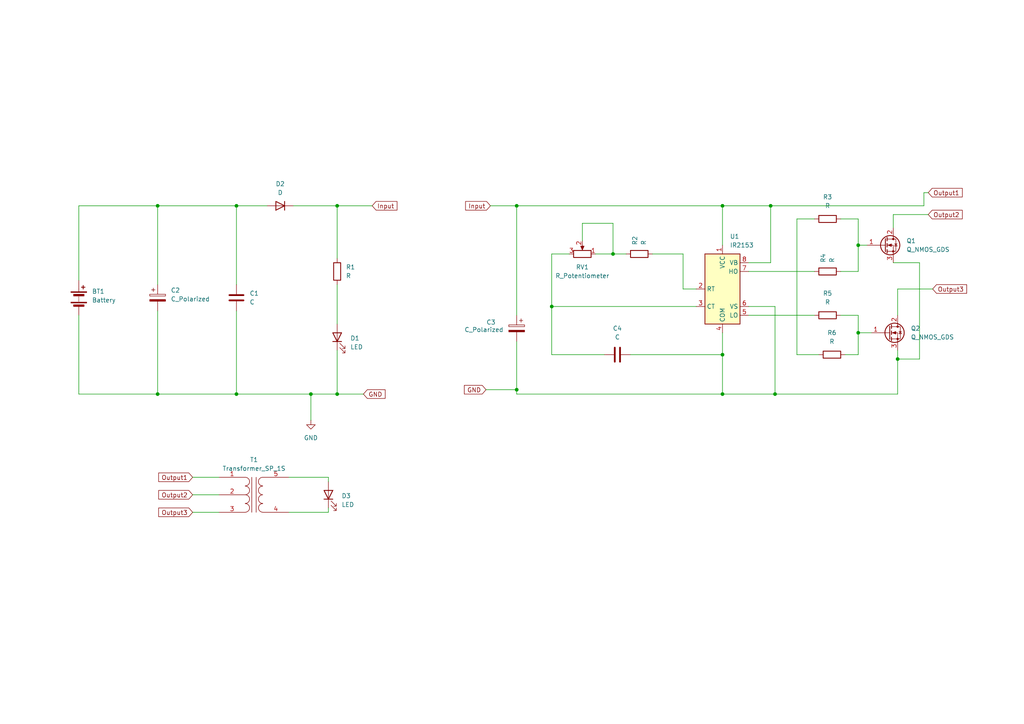
<source format=kicad_sch>
(kicad_sch
	(version 20250114)
	(generator "eeschema")
	(generator_version "9.0")
	(uuid "f99055d9-c1e2-4965-9a24-5764079c03a4")
	(paper "A4")
	(title_block
		(title "mini inverter")
		(date "2025-12-12")
		(rev "0")
	)
	(lib_symbols
		(symbol "Device:Battery"
			(pin_numbers
				(hide yes)
			)
			(pin_names
				(offset 0)
				(hide yes)
			)
			(exclude_from_sim no)
			(in_bom yes)
			(on_board yes)
			(property "Reference" "BT"
				(at 2.54 2.54 0)
				(effects
					(font
						(size 1.27 1.27)
					)
					(justify left)
				)
			)
			(property "Value" "Battery"
				(at 2.54 0 0)
				(effects
					(font
						(size 1.27 1.27)
					)
					(justify left)
				)
			)
			(property "Footprint" ""
				(at 0 1.524 90)
				(effects
					(font
						(size 1.27 1.27)
					)
					(hide yes)
				)
			)
			(property "Datasheet" "~"
				(at 0 1.524 90)
				(effects
					(font
						(size 1.27 1.27)
					)
					(hide yes)
				)
			)
			(property "Description" "Multiple-cell battery"
				(at 0 0 0)
				(effects
					(font
						(size 1.27 1.27)
					)
					(hide yes)
				)
			)
			(property "ki_keywords" "batt voltage-source cell"
				(at 0 0 0)
				(effects
					(font
						(size 1.27 1.27)
					)
					(hide yes)
				)
			)
			(symbol "Battery_0_1"
				(rectangle
					(start -2.286 1.778)
					(end 2.286 1.524)
					(stroke
						(width 0)
						(type default)
					)
					(fill
						(type outline)
					)
				)
				(rectangle
					(start -2.286 -1.27)
					(end 2.286 -1.524)
					(stroke
						(width 0)
						(type default)
					)
					(fill
						(type outline)
					)
				)
				(rectangle
					(start -1.524 1.016)
					(end 1.524 0.508)
					(stroke
						(width 0)
						(type default)
					)
					(fill
						(type outline)
					)
				)
				(rectangle
					(start -1.524 -2.032)
					(end 1.524 -2.54)
					(stroke
						(width 0)
						(type default)
					)
					(fill
						(type outline)
					)
				)
				(polyline
					(pts
						(xy 0 1.778) (xy 0 2.54)
					)
					(stroke
						(width 0)
						(type default)
					)
					(fill
						(type none)
					)
				)
				(polyline
					(pts
						(xy 0 0) (xy 0 0.254)
					)
					(stroke
						(width 0)
						(type default)
					)
					(fill
						(type none)
					)
				)
				(polyline
					(pts
						(xy 0 -0.508) (xy 0 -0.254)
					)
					(stroke
						(width 0)
						(type default)
					)
					(fill
						(type none)
					)
				)
				(polyline
					(pts
						(xy 0 -1.016) (xy 0 -0.762)
					)
					(stroke
						(width 0)
						(type default)
					)
					(fill
						(type none)
					)
				)
				(polyline
					(pts
						(xy 0.762 3.048) (xy 1.778 3.048)
					)
					(stroke
						(width 0.254)
						(type default)
					)
					(fill
						(type none)
					)
				)
				(polyline
					(pts
						(xy 1.27 3.556) (xy 1.27 2.54)
					)
					(stroke
						(width 0.254)
						(type default)
					)
					(fill
						(type none)
					)
				)
			)
			(symbol "Battery_1_1"
				(pin passive line
					(at 0 5.08 270)
					(length 2.54)
					(name "+"
						(effects
							(font
								(size 1.27 1.27)
							)
						)
					)
					(number "1"
						(effects
							(font
								(size 1.27 1.27)
							)
						)
					)
				)
				(pin passive line
					(at 0 -5.08 90)
					(length 2.54)
					(name "-"
						(effects
							(font
								(size 1.27 1.27)
							)
						)
					)
					(number "2"
						(effects
							(font
								(size 1.27 1.27)
							)
						)
					)
				)
			)
			(embedded_fonts no)
		)
		(symbol "Device:C"
			(pin_numbers
				(hide yes)
			)
			(pin_names
				(offset 0.254)
			)
			(exclude_from_sim no)
			(in_bom yes)
			(on_board yes)
			(property "Reference" "C"
				(at 0.635 2.54 0)
				(effects
					(font
						(size 1.27 1.27)
					)
					(justify left)
				)
			)
			(property "Value" "C"
				(at 0.635 -2.54 0)
				(effects
					(font
						(size 1.27 1.27)
					)
					(justify left)
				)
			)
			(property "Footprint" ""
				(at 0.9652 -3.81 0)
				(effects
					(font
						(size 1.27 1.27)
					)
					(hide yes)
				)
			)
			(property "Datasheet" "~"
				(at 0 0 0)
				(effects
					(font
						(size 1.27 1.27)
					)
					(hide yes)
				)
			)
			(property "Description" "Unpolarized capacitor"
				(at 0 0 0)
				(effects
					(font
						(size 1.27 1.27)
					)
					(hide yes)
				)
			)
			(property "ki_keywords" "cap capacitor"
				(at 0 0 0)
				(effects
					(font
						(size 1.27 1.27)
					)
					(hide yes)
				)
			)
			(property "ki_fp_filters" "C_*"
				(at 0 0 0)
				(effects
					(font
						(size 1.27 1.27)
					)
					(hide yes)
				)
			)
			(symbol "C_0_1"
				(polyline
					(pts
						(xy -2.032 0.762) (xy 2.032 0.762)
					)
					(stroke
						(width 0.508)
						(type default)
					)
					(fill
						(type none)
					)
				)
				(polyline
					(pts
						(xy -2.032 -0.762) (xy 2.032 -0.762)
					)
					(stroke
						(width 0.508)
						(type default)
					)
					(fill
						(type none)
					)
				)
			)
			(symbol "C_1_1"
				(pin passive line
					(at 0 3.81 270)
					(length 2.794)
					(name "~"
						(effects
							(font
								(size 1.27 1.27)
							)
						)
					)
					(number "1"
						(effects
							(font
								(size 1.27 1.27)
							)
						)
					)
				)
				(pin passive line
					(at 0 -3.81 90)
					(length 2.794)
					(name "~"
						(effects
							(font
								(size 1.27 1.27)
							)
						)
					)
					(number "2"
						(effects
							(font
								(size 1.27 1.27)
							)
						)
					)
				)
			)
			(embedded_fonts no)
		)
		(symbol "Device:C_Polarized"
			(pin_numbers
				(hide yes)
			)
			(pin_names
				(offset 0.254)
			)
			(exclude_from_sim no)
			(in_bom yes)
			(on_board yes)
			(property "Reference" "C"
				(at 0.635 2.54 0)
				(effects
					(font
						(size 1.27 1.27)
					)
					(justify left)
				)
			)
			(property "Value" "C_Polarized"
				(at 0.635 -2.54 0)
				(effects
					(font
						(size 1.27 1.27)
					)
					(justify left)
				)
			)
			(property "Footprint" ""
				(at 0.9652 -3.81 0)
				(effects
					(font
						(size 1.27 1.27)
					)
					(hide yes)
				)
			)
			(property "Datasheet" "~"
				(at 0 0 0)
				(effects
					(font
						(size 1.27 1.27)
					)
					(hide yes)
				)
			)
			(property "Description" "Polarized capacitor"
				(at 0 0 0)
				(effects
					(font
						(size 1.27 1.27)
					)
					(hide yes)
				)
			)
			(property "ki_keywords" "cap capacitor"
				(at 0 0 0)
				(effects
					(font
						(size 1.27 1.27)
					)
					(hide yes)
				)
			)
			(property "ki_fp_filters" "CP_*"
				(at 0 0 0)
				(effects
					(font
						(size 1.27 1.27)
					)
					(hide yes)
				)
			)
			(symbol "C_Polarized_0_1"
				(rectangle
					(start -2.286 0.508)
					(end 2.286 1.016)
					(stroke
						(width 0)
						(type default)
					)
					(fill
						(type none)
					)
				)
				(polyline
					(pts
						(xy -1.778 2.286) (xy -0.762 2.286)
					)
					(stroke
						(width 0)
						(type default)
					)
					(fill
						(type none)
					)
				)
				(polyline
					(pts
						(xy -1.27 2.794) (xy -1.27 1.778)
					)
					(stroke
						(width 0)
						(type default)
					)
					(fill
						(type none)
					)
				)
				(rectangle
					(start 2.286 -0.508)
					(end -2.286 -1.016)
					(stroke
						(width 0)
						(type default)
					)
					(fill
						(type outline)
					)
				)
			)
			(symbol "C_Polarized_1_1"
				(pin passive line
					(at 0 3.81 270)
					(length 2.794)
					(name "~"
						(effects
							(font
								(size 1.27 1.27)
							)
						)
					)
					(number "1"
						(effects
							(font
								(size 1.27 1.27)
							)
						)
					)
				)
				(pin passive line
					(at 0 -3.81 90)
					(length 2.794)
					(name "~"
						(effects
							(font
								(size 1.27 1.27)
							)
						)
					)
					(number "2"
						(effects
							(font
								(size 1.27 1.27)
							)
						)
					)
				)
			)
			(embedded_fonts no)
		)
		(symbol "Device:D"
			(pin_numbers
				(hide yes)
			)
			(pin_names
				(offset 1.016)
				(hide yes)
			)
			(exclude_from_sim no)
			(in_bom yes)
			(on_board yes)
			(property "Reference" "D"
				(at 0 2.54 0)
				(effects
					(font
						(size 1.27 1.27)
					)
				)
			)
			(property "Value" "D"
				(at 0 -2.54 0)
				(effects
					(font
						(size 1.27 1.27)
					)
				)
			)
			(property "Footprint" ""
				(at 0 0 0)
				(effects
					(font
						(size 1.27 1.27)
					)
					(hide yes)
				)
			)
			(property "Datasheet" "~"
				(at 0 0 0)
				(effects
					(font
						(size 1.27 1.27)
					)
					(hide yes)
				)
			)
			(property "Description" "Diode"
				(at 0 0 0)
				(effects
					(font
						(size 1.27 1.27)
					)
					(hide yes)
				)
			)
			(property "Sim.Device" "D"
				(at 0 0 0)
				(effects
					(font
						(size 1.27 1.27)
					)
					(hide yes)
				)
			)
			(property "Sim.Pins" "1=K 2=A"
				(at 0 0 0)
				(effects
					(font
						(size 1.27 1.27)
					)
					(hide yes)
				)
			)
			(property "ki_keywords" "diode"
				(at 0 0 0)
				(effects
					(font
						(size 1.27 1.27)
					)
					(hide yes)
				)
			)
			(property "ki_fp_filters" "TO-???* *_Diode_* *SingleDiode* D_*"
				(at 0 0 0)
				(effects
					(font
						(size 1.27 1.27)
					)
					(hide yes)
				)
			)
			(symbol "D_0_1"
				(polyline
					(pts
						(xy -1.27 1.27) (xy -1.27 -1.27)
					)
					(stroke
						(width 0.254)
						(type default)
					)
					(fill
						(type none)
					)
				)
				(polyline
					(pts
						(xy 1.27 1.27) (xy 1.27 -1.27) (xy -1.27 0) (xy 1.27 1.27)
					)
					(stroke
						(width 0.254)
						(type default)
					)
					(fill
						(type none)
					)
				)
				(polyline
					(pts
						(xy 1.27 0) (xy -1.27 0)
					)
					(stroke
						(width 0)
						(type default)
					)
					(fill
						(type none)
					)
				)
			)
			(symbol "D_1_1"
				(pin passive line
					(at -3.81 0 0)
					(length 2.54)
					(name "K"
						(effects
							(font
								(size 1.27 1.27)
							)
						)
					)
					(number "1"
						(effects
							(font
								(size 1.27 1.27)
							)
						)
					)
				)
				(pin passive line
					(at 3.81 0 180)
					(length 2.54)
					(name "A"
						(effects
							(font
								(size 1.27 1.27)
							)
						)
					)
					(number "2"
						(effects
							(font
								(size 1.27 1.27)
							)
						)
					)
				)
			)
			(embedded_fonts no)
		)
		(symbol "Device:LED"
			(pin_numbers
				(hide yes)
			)
			(pin_names
				(offset 1.016)
				(hide yes)
			)
			(exclude_from_sim no)
			(in_bom yes)
			(on_board yes)
			(property "Reference" "D"
				(at 0 2.54 0)
				(effects
					(font
						(size 1.27 1.27)
					)
				)
			)
			(property "Value" "LED"
				(at 0 -2.54 0)
				(effects
					(font
						(size 1.27 1.27)
					)
				)
			)
			(property "Footprint" ""
				(at 0 0 0)
				(effects
					(font
						(size 1.27 1.27)
					)
					(hide yes)
				)
			)
			(property "Datasheet" "~"
				(at 0 0 0)
				(effects
					(font
						(size 1.27 1.27)
					)
					(hide yes)
				)
			)
			(property "Description" "Light emitting diode"
				(at 0 0 0)
				(effects
					(font
						(size 1.27 1.27)
					)
					(hide yes)
				)
			)
			(property "Sim.Pins" "1=K 2=A"
				(at 0 0 0)
				(effects
					(font
						(size 1.27 1.27)
					)
					(hide yes)
				)
			)
			(property "ki_keywords" "LED diode"
				(at 0 0 0)
				(effects
					(font
						(size 1.27 1.27)
					)
					(hide yes)
				)
			)
			(property "ki_fp_filters" "LED* LED_SMD:* LED_THT:*"
				(at 0 0 0)
				(effects
					(font
						(size 1.27 1.27)
					)
					(hide yes)
				)
			)
			(symbol "LED_0_1"
				(polyline
					(pts
						(xy -3.048 -0.762) (xy -4.572 -2.286) (xy -3.81 -2.286) (xy -4.572 -2.286) (xy -4.572 -1.524)
					)
					(stroke
						(width 0)
						(type default)
					)
					(fill
						(type none)
					)
				)
				(polyline
					(pts
						(xy -1.778 -0.762) (xy -3.302 -2.286) (xy -2.54 -2.286) (xy -3.302 -2.286) (xy -3.302 -1.524)
					)
					(stroke
						(width 0)
						(type default)
					)
					(fill
						(type none)
					)
				)
				(polyline
					(pts
						(xy -1.27 0) (xy 1.27 0)
					)
					(stroke
						(width 0)
						(type default)
					)
					(fill
						(type none)
					)
				)
				(polyline
					(pts
						(xy -1.27 -1.27) (xy -1.27 1.27)
					)
					(stroke
						(width 0.254)
						(type default)
					)
					(fill
						(type none)
					)
				)
				(polyline
					(pts
						(xy 1.27 -1.27) (xy 1.27 1.27) (xy -1.27 0) (xy 1.27 -1.27)
					)
					(stroke
						(width 0.254)
						(type default)
					)
					(fill
						(type none)
					)
				)
			)
			(symbol "LED_1_1"
				(pin passive line
					(at -3.81 0 0)
					(length 2.54)
					(name "K"
						(effects
							(font
								(size 1.27 1.27)
							)
						)
					)
					(number "1"
						(effects
							(font
								(size 1.27 1.27)
							)
						)
					)
				)
				(pin passive line
					(at 3.81 0 180)
					(length 2.54)
					(name "A"
						(effects
							(font
								(size 1.27 1.27)
							)
						)
					)
					(number "2"
						(effects
							(font
								(size 1.27 1.27)
							)
						)
					)
				)
			)
			(embedded_fonts no)
		)
		(symbol "Device:R"
			(pin_numbers
				(hide yes)
			)
			(pin_names
				(offset 0)
			)
			(exclude_from_sim no)
			(in_bom yes)
			(on_board yes)
			(property "Reference" "R"
				(at 2.032 0 90)
				(effects
					(font
						(size 1.27 1.27)
					)
				)
			)
			(property "Value" "R"
				(at 0 0 90)
				(effects
					(font
						(size 1.27 1.27)
					)
				)
			)
			(property "Footprint" ""
				(at -1.778 0 90)
				(effects
					(font
						(size 1.27 1.27)
					)
					(hide yes)
				)
			)
			(property "Datasheet" "~"
				(at 0 0 0)
				(effects
					(font
						(size 1.27 1.27)
					)
					(hide yes)
				)
			)
			(property "Description" "Resistor"
				(at 0 0 0)
				(effects
					(font
						(size 1.27 1.27)
					)
					(hide yes)
				)
			)
			(property "ki_keywords" "R res resistor"
				(at 0 0 0)
				(effects
					(font
						(size 1.27 1.27)
					)
					(hide yes)
				)
			)
			(property "ki_fp_filters" "R_*"
				(at 0 0 0)
				(effects
					(font
						(size 1.27 1.27)
					)
					(hide yes)
				)
			)
			(symbol "R_0_1"
				(rectangle
					(start -1.016 -2.54)
					(end 1.016 2.54)
					(stroke
						(width 0.254)
						(type default)
					)
					(fill
						(type none)
					)
				)
			)
			(symbol "R_1_1"
				(pin passive line
					(at 0 3.81 270)
					(length 1.27)
					(name "~"
						(effects
							(font
								(size 1.27 1.27)
							)
						)
					)
					(number "1"
						(effects
							(font
								(size 1.27 1.27)
							)
						)
					)
				)
				(pin passive line
					(at 0 -3.81 90)
					(length 1.27)
					(name "~"
						(effects
							(font
								(size 1.27 1.27)
							)
						)
					)
					(number "2"
						(effects
							(font
								(size 1.27 1.27)
							)
						)
					)
				)
			)
			(embedded_fonts no)
		)
		(symbol "Device:R_Potentiometer"
			(pin_names
				(offset 1.016)
				(hide yes)
			)
			(exclude_from_sim no)
			(in_bom yes)
			(on_board yes)
			(property "Reference" "RV"
				(at -4.445 0 90)
				(effects
					(font
						(size 1.27 1.27)
					)
				)
			)
			(property "Value" "R_Potentiometer"
				(at -2.54 0 90)
				(effects
					(font
						(size 1.27 1.27)
					)
				)
			)
			(property "Footprint" ""
				(at 0 0 0)
				(effects
					(font
						(size 1.27 1.27)
					)
					(hide yes)
				)
			)
			(property "Datasheet" "~"
				(at 0 0 0)
				(effects
					(font
						(size 1.27 1.27)
					)
					(hide yes)
				)
			)
			(property "Description" "Potentiometer"
				(at 0 0 0)
				(effects
					(font
						(size 1.27 1.27)
					)
					(hide yes)
				)
			)
			(property "ki_keywords" "resistor variable"
				(at 0 0 0)
				(effects
					(font
						(size 1.27 1.27)
					)
					(hide yes)
				)
			)
			(property "ki_fp_filters" "Potentiometer*"
				(at 0 0 0)
				(effects
					(font
						(size 1.27 1.27)
					)
					(hide yes)
				)
			)
			(symbol "R_Potentiometer_0_1"
				(rectangle
					(start 1.016 2.54)
					(end -1.016 -2.54)
					(stroke
						(width 0.254)
						(type default)
					)
					(fill
						(type none)
					)
				)
				(polyline
					(pts
						(xy 1.143 0) (xy 2.286 0.508) (xy 2.286 -0.508) (xy 1.143 0)
					)
					(stroke
						(width 0)
						(type default)
					)
					(fill
						(type outline)
					)
				)
				(polyline
					(pts
						(xy 2.54 0) (xy 1.524 0)
					)
					(stroke
						(width 0)
						(type default)
					)
					(fill
						(type none)
					)
				)
			)
			(symbol "R_Potentiometer_1_1"
				(pin passive line
					(at 0 3.81 270)
					(length 1.27)
					(name "1"
						(effects
							(font
								(size 1.27 1.27)
							)
						)
					)
					(number "1"
						(effects
							(font
								(size 1.27 1.27)
							)
						)
					)
				)
				(pin passive line
					(at 0 -3.81 90)
					(length 1.27)
					(name "3"
						(effects
							(font
								(size 1.27 1.27)
							)
						)
					)
					(number "3"
						(effects
							(font
								(size 1.27 1.27)
							)
						)
					)
				)
				(pin passive line
					(at 3.81 0 180)
					(length 1.27)
					(name "2"
						(effects
							(font
								(size 1.27 1.27)
							)
						)
					)
					(number "2"
						(effects
							(font
								(size 1.27 1.27)
							)
						)
					)
				)
			)
			(embedded_fonts no)
		)
		(symbol "Device:Transformer_SP_1S"
			(pin_names
				(offset 1.016)
				(hide yes)
			)
			(exclude_from_sim no)
			(in_bom yes)
			(on_board yes)
			(property "Reference" "T"
				(at 0 6.35 0)
				(effects
					(font
						(size 1.27 1.27)
					)
				)
			)
			(property "Value" "Transformer_SP_1S"
				(at 0 -7.62 0)
				(effects
					(font
						(size 1.27 1.27)
					)
				)
			)
			(property "Footprint" ""
				(at 0 0 0)
				(effects
					(font
						(size 1.27 1.27)
					)
					(hide yes)
				)
			)
			(property "Datasheet" "~"
				(at 0 0 0)
				(effects
					(font
						(size 1.27 1.27)
					)
					(hide yes)
				)
			)
			(property "Description" "Transformer, split primary, single secondary"
				(at 0 0 0)
				(effects
					(font
						(size 1.27 1.27)
					)
					(hide yes)
				)
			)
			(property "ki_keywords" "transformer coil magnet"
				(at 0 0 0)
				(effects
					(font
						(size 1.27 1.27)
					)
					(hide yes)
				)
			)
			(symbol "Transformer_SP_1S_0_1"
				(arc
					(start -1.27 3.81)
					(mid -1.656 2.9336)
					(end -2.54 2.5654)
					(stroke
						(width 0)
						(type default)
					)
					(fill
						(type none)
					)
				)
				(arc
					(start -1.27 1.27)
					(mid -1.656 0.3936)
					(end -2.54 0.0254)
					(stroke
						(width 0)
						(type default)
					)
					(fill
						(type none)
					)
				)
				(arc
					(start -1.27 -1.27)
					(mid -1.656 -2.1464)
					(end -2.54 -2.5146)
					(stroke
						(width 0)
						(type default)
					)
					(fill
						(type none)
					)
				)
				(arc
					(start -1.27 -3.81)
					(mid -1.656 -4.6864)
					(end -2.54 -5.0546)
					(stroke
						(width 0)
						(type default)
					)
					(fill
						(type none)
					)
				)
				(arc
					(start -2.54 5.08)
					(mid -1.642 4.708)
					(end -1.27 3.81)
					(stroke
						(width 0)
						(type default)
					)
					(fill
						(type none)
					)
				)
				(arc
					(start -2.54 2.54)
					(mid -1.642 2.168)
					(end -1.27 1.27)
					(stroke
						(width 0)
						(type default)
					)
					(fill
						(type none)
					)
				)
				(arc
					(start -2.54 0)
					(mid -1.642 -0.372)
					(end -1.27 -1.27)
					(stroke
						(width 0)
						(type default)
					)
					(fill
						(type none)
					)
				)
				(arc
					(start -2.54 -2.54)
					(mid -1.642 -2.912)
					(end -1.27 -3.81)
					(stroke
						(width 0)
						(type default)
					)
					(fill
						(type none)
					)
				)
				(polyline
					(pts
						(xy -0.635 5.08) (xy -0.635 -5.08)
					)
					(stroke
						(width 0)
						(type default)
					)
					(fill
						(type none)
					)
				)
				(polyline
					(pts
						(xy 0.635 -5.08) (xy 0.635 5.08)
					)
					(stroke
						(width 0)
						(type default)
					)
					(fill
						(type none)
					)
				)
				(arc
					(start 1.2954 3.81)
					(mid 1.6457 4.7117)
					(end 2.54 5.08)
					(stroke
						(width 0)
						(type default)
					)
					(fill
						(type none)
					)
				)
				(arc
					(start 1.2954 1.27)
					(mid 1.6457 2.1717)
					(end 2.54 2.54)
					(stroke
						(width 0)
						(type default)
					)
					(fill
						(type none)
					)
				)
				(arc
					(start 1.2954 -1.27)
					(mid 1.6457 -0.3683)
					(end 2.54 0)
					(stroke
						(width 0)
						(type default)
					)
					(fill
						(type none)
					)
				)
				(arc
					(start 2.54 2.5654)
					(mid 1.6599 2.9299)
					(end 1.2954 3.81)
					(stroke
						(width 0)
						(type default)
					)
					(fill
						(type none)
					)
				)
				(arc
					(start 2.54 0.0254)
					(mid 1.6599 0.3899)
					(end 1.2954 1.27)
					(stroke
						(width 0)
						(type default)
					)
					(fill
						(type none)
					)
				)
				(arc
					(start 2.54 -2.5146)
					(mid 1.6599 -2.1501)
					(end 1.2954 -1.27)
					(stroke
						(width 0)
						(type default)
					)
					(fill
						(type none)
					)
				)
				(arc
					(start 1.3208 -3.81)
					(mid 1.6711 -2.9085)
					(end 2.5654 -2.54)
					(stroke
						(width 0)
						(type default)
					)
					(fill
						(type none)
					)
				)
				(arc
					(start 2.5654 -5.0546)
					(mid 1.6851 -4.6902)
					(end 1.3208 -3.81)
					(stroke
						(width 0)
						(type default)
					)
					(fill
						(type none)
					)
				)
			)
			(symbol "Transformer_SP_1S_1_1"
				(pin passive line
					(at -10.16 5.08 0)
					(length 7.62)
					(name "PR1"
						(effects
							(font
								(size 1.27 1.27)
							)
						)
					)
					(number "1"
						(effects
							(font
								(size 1.27 1.27)
							)
						)
					)
				)
				(pin passive line
					(at -10.16 0 0)
					(length 7.62)
					(name "PM"
						(effects
							(font
								(size 1.27 1.27)
							)
						)
					)
					(number "2"
						(effects
							(font
								(size 1.27 1.27)
							)
						)
					)
				)
				(pin passive line
					(at -10.16 -5.08 0)
					(length 7.62)
					(name "PR2"
						(effects
							(font
								(size 1.27 1.27)
							)
						)
					)
					(number "3"
						(effects
							(font
								(size 1.27 1.27)
							)
						)
					)
				)
				(pin passive line
					(at 10.16 5.08 180)
					(length 7.62)
					(name "S2"
						(effects
							(font
								(size 1.27 1.27)
							)
						)
					)
					(number "5"
						(effects
							(font
								(size 1.27 1.27)
							)
						)
					)
				)
				(pin passive line
					(at 10.16 -5.08 180)
					(length 7.62)
					(name "S1"
						(effects
							(font
								(size 1.27 1.27)
							)
						)
					)
					(number "4"
						(effects
							(font
								(size 1.27 1.27)
							)
						)
					)
				)
			)
			(embedded_fonts no)
		)
		(symbol "Driver_FET:IR2153"
			(exclude_from_sim no)
			(in_bom yes)
			(on_board yes)
			(property "Reference" "U"
				(at 1.27 13.335 0)
				(effects
					(font
						(size 1.27 1.27)
					)
					(justify left)
				)
			)
			(property "Value" "IR2153"
				(at 1.27 11.43 0)
				(effects
					(font
						(size 1.27 1.27)
					)
					(justify left)
				)
			)
			(property "Footprint" ""
				(at 0 0 0)
				(effects
					(font
						(size 1.27 1.27)
						(italic yes)
					)
					(hide yes)
				)
			)
			(property "Datasheet" "https://www.infineon.com/dgdl/ir2153.pdf?fileId=5546d462533600a4015355c8c5fc16af"
				(at 0 0 0)
				(effects
					(font
						(size 1.27 1.27)
					)
					(hide yes)
				)
			)
			(property "Description" "Self-Oscillating Half-Bridge Driver, 600V, PDIP-8/SOIC-8"
				(at 0 0 0)
				(effects
					(font
						(size 1.27 1.27)
					)
					(hide yes)
				)
			)
			(property "ki_keywords" "Oscillating Gate Driver"
				(at 0 0 0)
				(effects
					(font
						(size 1.27 1.27)
					)
					(hide yes)
				)
			)
			(property "ki_fp_filters" "SOIC*3.9x4.9mm*P1.27mm* DIP*W7.62mm*"
				(at 0 0 0)
				(effects
					(font
						(size 1.27 1.27)
					)
					(hide yes)
				)
			)
			(symbol "IR2153_0_1"
				(rectangle
					(start -5.08 -10.16)
					(end 5.08 10.16)
					(stroke
						(width 0.254)
						(type default)
					)
					(fill
						(type background)
					)
				)
			)
			(symbol "IR2153_1_1"
				(pin passive line
					(at -7.62 0 0)
					(length 2.54)
					(name "RT"
						(effects
							(font
								(size 1.27 1.27)
							)
						)
					)
					(number "2"
						(effects
							(font
								(size 1.27 1.27)
							)
						)
					)
				)
				(pin passive line
					(at -7.62 -5.08 0)
					(length 2.54)
					(name "CT"
						(effects
							(font
								(size 1.27 1.27)
							)
						)
					)
					(number "3"
						(effects
							(font
								(size 1.27 1.27)
							)
						)
					)
				)
				(pin power_in line
					(at 0 12.7 270)
					(length 2.54)
					(name "VCC"
						(effects
							(font
								(size 1.27 1.27)
							)
						)
					)
					(number "1"
						(effects
							(font
								(size 1.27 1.27)
							)
						)
					)
				)
				(pin power_in line
					(at 0 -12.7 90)
					(length 2.54)
					(name "COM"
						(effects
							(font
								(size 1.27 1.27)
							)
						)
					)
					(number "4"
						(effects
							(font
								(size 1.27 1.27)
							)
						)
					)
				)
				(pin passive line
					(at 7.62 7.62 180)
					(length 2.54)
					(name "VB"
						(effects
							(font
								(size 1.27 1.27)
							)
						)
					)
					(number "8"
						(effects
							(font
								(size 1.27 1.27)
							)
						)
					)
				)
				(pin output line
					(at 7.62 5.08 180)
					(length 2.54)
					(name "HO"
						(effects
							(font
								(size 1.27 1.27)
							)
						)
					)
					(number "7"
						(effects
							(font
								(size 1.27 1.27)
							)
						)
					)
				)
				(pin passive line
					(at 7.62 -5.08 180)
					(length 2.54)
					(name "VS"
						(effects
							(font
								(size 1.27 1.27)
							)
						)
					)
					(number "6"
						(effects
							(font
								(size 1.27 1.27)
							)
						)
					)
				)
				(pin output line
					(at 7.62 -7.62 180)
					(length 2.54)
					(name "LO"
						(effects
							(font
								(size 1.27 1.27)
							)
						)
					)
					(number "5"
						(effects
							(font
								(size 1.27 1.27)
							)
						)
					)
				)
			)
			(embedded_fonts no)
		)
		(symbol "Transistor_FET:Q_NMOS_GDS"
			(pin_names
				(offset 0)
				(hide yes)
			)
			(exclude_from_sim no)
			(in_bom yes)
			(on_board yes)
			(property "Reference" "Q"
				(at 5.08 1.905 0)
				(effects
					(font
						(size 1.27 1.27)
					)
					(justify left)
				)
			)
			(property "Value" "Q_NMOS_GDS"
				(at 5.08 0 0)
				(effects
					(font
						(size 1.27 1.27)
					)
					(justify left)
				)
			)
			(property "Footprint" ""
				(at 5.08 2.54 0)
				(effects
					(font
						(size 1.27 1.27)
					)
					(hide yes)
				)
			)
			(property "Datasheet" "~"
				(at 0 0 0)
				(effects
					(font
						(size 1.27 1.27)
					)
					(hide yes)
				)
			)
			(property "Description" "N-MOSFET transistor, gate/drain/source"
				(at 0 0 0)
				(effects
					(font
						(size 1.27 1.27)
					)
					(hide yes)
				)
			)
			(property "ki_keywords" "transistor NMOS N-MOS N-MOSFET"
				(at 0 0 0)
				(effects
					(font
						(size 1.27 1.27)
					)
					(hide yes)
				)
			)
			(symbol "Q_NMOS_GDS_0_1"
				(polyline
					(pts
						(xy 0.254 1.905) (xy 0.254 -1.905)
					)
					(stroke
						(width 0.254)
						(type default)
					)
					(fill
						(type none)
					)
				)
				(polyline
					(pts
						(xy 0.254 0) (xy -2.54 0)
					)
					(stroke
						(width 0)
						(type default)
					)
					(fill
						(type none)
					)
				)
				(polyline
					(pts
						(xy 0.762 2.286) (xy 0.762 1.27)
					)
					(stroke
						(width 0.254)
						(type default)
					)
					(fill
						(type none)
					)
				)
				(polyline
					(pts
						(xy 0.762 0.508) (xy 0.762 -0.508)
					)
					(stroke
						(width 0.254)
						(type default)
					)
					(fill
						(type none)
					)
				)
				(polyline
					(pts
						(xy 0.762 -1.27) (xy 0.762 -2.286)
					)
					(stroke
						(width 0.254)
						(type default)
					)
					(fill
						(type none)
					)
				)
				(polyline
					(pts
						(xy 0.762 -1.778) (xy 3.302 -1.778) (xy 3.302 1.778) (xy 0.762 1.778)
					)
					(stroke
						(width 0)
						(type default)
					)
					(fill
						(type none)
					)
				)
				(polyline
					(pts
						(xy 1.016 0) (xy 2.032 0.381) (xy 2.032 -0.381) (xy 1.016 0)
					)
					(stroke
						(width 0)
						(type default)
					)
					(fill
						(type outline)
					)
				)
				(circle
					(center 1.651 0)
					(radius 2.794)
					(stroke
						(width 0.254)
						(type default)
					)
					(fill
						(type none)
					)
				)
				(polyline
					(pts
						(xy 2.54 2.54) (xy 2.54 1.778)
					)
					(stroke
						(width 0)
						(type default)
					)
					(fill
						(type none)
					)
				)
				(circle
					(center 2.54 1.778)
					(radius 0.254)
					(stroke
						(width 0)
						(type default)
					)
					(fill
						(type outline)
					)
				)
				(circle
					(center 2.54 -1.778)
					(radius 0.254)
					(stroke
						(width 0)
						(type default)
					)
					(fill
						(type outline)
					)
				)
				(polyline
					(pts
						(xy 2.54 -2.54) (xy 2.54 0) (xy 0.762 0)
					)
					(stroke
						(width 0)
						(type default)
					)
					(fill
						(type none)
					)
				)
				(polyline
					(pts
						(xy 2.921 0.381) (xy 3.683 0.381)
					)
					(stroke
						(width 0)
						(type default)
					)
					(fill
						(type none)
					)
				)
				(polyline
					(pts
						(xy 3.302 0.381) (xy 2.921 -0.254) (xy 3.683 -0.254) (xy 3.302 0.381)
					)
					(stroke
						(width 0)
						(type default)
					)
					(fill
						(type none)
					)
				)
			)
			(symbol "Q_NMOS_GDS_1_1"
				(pin input line
					(at -5.08 0 0)
					(length 2.54)
					(name "G"
						(effects
							(font
								(size 1.27 1.27)
							)
						)
					)
					(number "1"
						(effects
							(font
								(size 1.27 1.27)
							)
						)
					)
				)
				(pin passive line
					(at 2.54 5.08 270)
					(length 2.54)
					(name "D"
						(effects
							(font
								(size 1.27 1.27)
							)
						)
					)
					(number "2"
						(effects
							(font
								(size 1.27 1.27)
							)
						)
					)
				)
				(pin passive line
					(at 2.54 -5.08 90)
					(length 2.54)
					(name "S"
						(effects
							(font
								(size 1.27 1.27)
							)
						)
					)
					(number "3"
						(effects
							(font
								(size 1.27 1.27)
							)
						)
					)
				)
			)
			(embedded_fonts no)
		)
		(symbol "power:GND"
			(power)
			(pin_numbers
				(hide yes)
			)
			(pin_names
				(offset 0)
				(hide yes)
			)
			(exclude_from_sim no)
			(in_bom yes)
			(on_board yes)
			(property "Reference" "#PWR"
				(at 0 -6.35 0)
				(effects
					(font
						(size 1.27 1.27)
					)
					(hide yes)
				)
			)
			(property "Value" "GND"
				(at 0 -3.81 0)
				(effects
					(font
						(size 1.27 1.27)
					)
				)
			)
			(property "Footprint" ""
				(at 0 0 0)
				(effects
					(font
						(size 1.27 1.27)
					)
					(hide yes)
				)
			)
			(property "Datasheet" ""
				(at 0 0 0)
				(effects
					(font
						(size 1.27 1.27)
					)
					(hide yes)
				)
			)
			(property "Description" "Power symbol creates a global label with name \"GND\" , ground"
				(at 0 0 0)
				(effects
					(font
						(size 1.27 1.27)
					)
					(hide yes)
				)
			)
			(property "ki_keywords" "global power"
				(at 0 0 0)
				(effects
					(font
						(size 1.27 1.27)
					)
					(hide yes)
				)
			)
			(symbol "GND_0_1"
				(polyline
					(pts
						(xy 0 0) (xy 0 -1.27) (xy 1.27 -1.27) (xy 0 -2.54) (xy -1.27 -1.27) (xy 0 -1.27)
					)
					(stroke
						(width 0)
						(type default)
					)
					(fill
						(type none)
					)
				)
			)
			(symbol "GND_1_1"
				(pin power_in line
					(at 0 0 270)
					(length 0)
					(name "~"
						(effects
							(font
								(size 1.27 1.27)
							)
						)
					)
					(number "1"
						(effects
							(font
								(size 1.27 1.27)
							)
						)
					)
				)
			)
			(embedded_fonts no)
		)
	)
	(junction
		(at 149.86 113.03)
		(diameter 0)
		(color 0 0 0 0)
		(uuid "085da9e2-53f2-40e2-a985-63ef524a9d16")
	)
	(junction
		(at 209.55 114.3)
		(diameter 0)
		(color 0 0 0 0)
		(uuid "0aa8f1b3-277c-472e-82d5-9adc4c386c38")
	)
	(junction
		(at 248.92 71.12)
		(diameter 0)
		(color 0 0 0 0)
		(uuid "1451c8d8-4bee-4966-a5b3-52823ac3d9f3")
	)
	(junction
		(at 68.58 114.3)
		(diameter 0)
		(color 0 0 0 0)
		(uuid "1dce8065-1c05-4d32-8671-48082cc769a6")
	)
	(junction
		(at 209.55 59.69)
		(diameter 0)
		(color 0 0 0 0)
		(uuid "34902cea-9cc3-4ca5-913b-0c467ddcbbb1")
	)
	(junction
		(at 97.79 114.3)
		(diameter 0)
		(color 0 0 0 0)
		(uuid "4b54fa5c-d4fb-46b7-9bb7-e372688a02e5")
	)
	(junction
		(at 223.52 59.69)
		(diameter 0)
		(color 0 0 0 0)
		(uuid "4efa5654-09fc-4d49-be4e-f07402253a7e")
	)
	(junction
		(at 209.55 102.87)
		(diameter 0)
		(color 0 0 0 0)
		(uuid "4f258239-016b-44eb-a20c-94ba0fba329a")
	)
	(junction
		(at 224.79 114.3)
		(diameter 0)
		(color 0 0 0 0)
		(uuid "5c175b3c-53a2-4e41-ac27-14a51eca0b79")
	)
	(junction
		(at 260.35 104.14)
		(diameter 0)
		(color 0 0 0 0)
		(uuid "85ba73f0-aa94-4bba-a426-cd1256ec254c")
	)
	(junction
		(at 45.72 114.3)
		(diameter 0)
		(color 0 0 0 0)
		(uuid "8fec5283-dd12-4d62-acbb-19405ca4da5d")
	)
	(junction
		(at 97.79 59.69)
		(diameter 0)
		(color 0 0 0 0)
		(uuid "ae395a0a-8b98-41b0-a6ff-e653cb019861")
	)
	(junction
		(at 160.02 88.9)
		(diameter 0)
		(color 0 0 0 0)
		(uuid "afdad949-50e9-4620-b015-a3c3cf6ef5b3")
	)
	(junction
		(at 149.86 59.69)
		(diameter 0)
		(color 0 0 0 0)
		(uuid "ba0d53fd-0c6d-4e1c-8b8c-fb978bc8ce6e")
	)
	(junction
		(at 68.58 59.69)
		(diameter 0)
		(color 0 0 0 0)
		(uuid "d156f3f4-871e-4b3c-a9e1-715c32e13ebb")
	)
	(junction
		(at 90.17 114.3)
		(diameter 0)
		(color 0 0 0 0)
		(uuid "dcfa6ec9-f7d5-4a3c-b6b0-629db1ab3b91")
	)
	(junction
		(at 248.92 96.52)
		(diameter 0)
		(color 0 0 0 0)
		(uuid "ebc0edba-01f8-4b75-b160-5fe6c5813d48")
	)
	(junction
		(at 177.8 73.66)
		(diameter 0)
		(color 0 0 0 0)
		(uuid "ec34971d-da06-40ca-9d76-2f4e9f58eab1")
	)
	(junction
		(at 45.72 59.69)
		(diameter 0)
		(color 0 0 0 0)
		(uuid "ff09c380-5a9c-4450-8ac4-5951f7f12f1b")
	)
	(wire
		(pts
			(xy 45.72 59.69) (xy 45.72 82.55)
		)
		(stroke
			(width 0)
			(type default)
		)
		(uuid "03a98510-1b1f-446e-be58-badc545f33e6")
	)
	(wire
		(pts
			(xy 168.91 69.85) (xy 168.91 64.77)
		)
		(stroke
			(width 0)
			(type default)
		)
		(uuid "098560ec-0796-460d-b259-8fb38c341334")
	)
	(wire
		(pts
			(xy 95.25 148.59) (xy 95.25 147.32)
		)
		(stroke
			(width 0)
			(type default)
		)
		(uuid "11759c46-624b-4a5d-af33-735c97e63b0a")
	)
	(wire
		(pts
			(xy 149.86 91.44) (xy 149.86 59.69)
		)
		(stroke
			(width 0)
			(type default)
		)
		(uuid "19a0f09b-b0ac-4f21-8363-a7635b521f69")
	)
	(wire
		(pts
			(xy 177.8 64.77) (xy 177.8 73.66)
		)
		(stroke
			(width 0)
			(type default)
		)
		(uuid "1b3a66ed-cee4-470d-8d55-d55bfcad62fa")
	)
	(wire
		(pts
			(xy 90.17 114.3) (xy 90.17 121.92)
		)
		(stroke
			(width 0)
			(type default)
		)
		(uuid "22690e61-80e1-4651-a758-3c1ec82e9fa7")
	)
	(wire
		(pts
			(xy 252.73 96.52) (xy 248.92 96.52)
		)
		(stroke
			(width 0)
			(type default)
		)
		(uuid "272b41c4-9e60-48a4-86b7-cb73bb067311")
	)
	(wire
		(pts
			(xy 149.86 113.03) (xy 149.86 114.3)
		)
		(stroke
			(width 0)
			(type default)
		)
		(uuid "27c055b8-4276-472a-90f7-e707736225aa")
	)
	(wire
		(pts
			(xy 95.25 138.43) (xy 95.25 139.7)
		)
		(stroke
			(width 0)
			(type default)
		)
		(uuid "2bbe1131-777a-479b-80d4-30e030550f06")
	)
	(wire
		(pts
			(xy 260.35 83.82) (xy 270.51 83.82)
		)
		(stroke
			(width 0)
			(type default)
		)
		(uuid "2ea13f9d-a59f-4655-aca5-72139196cb39")
	)
	(wire
		(pts
			(xy 243.84 91.44) (xy 248.92 91.44)
		)
		(stroke
			(width 0)
			(type default)
		)
		(uuid "3027a321-e022-4bd5-b80b-b8bd469d5c65")
	)
	(wire
		(pts
			(xy 165.1 73.66) (xy 160.02 73.66)
		)
		(stroke
			(width 0)
			(type default)
		)
		(uuid "31ed1800-7c63-4c3d-a071-1fafd792d1db")
	)
	(wire
		(pts
			(xy 172.72 73.66) (xy 177.8 73.66)
		)
		(stroke
			(width 0)
			(type default)
		)
		(uuid "32731e81-5d1f-44ed-af80-b70938d1a706")
	)
	(wire
		(pts
			(xy 224.79 114.3) (xy 260.35 114.3)
		)
		(stroke
			(width 0)
			(type default)
		)
		(uuid "34e02ff4-f616-4017-a470-bcd069a131dc")
	)
	(wire
		(pts
			(xy 209.55 59.69) (xy 223.52 59.69)
		)
		(stroke
			(width 0)
			(type default)
		)
		(uuid "38b119bd-71ad-447f-b274-589896df2d11")
	)
	(wire
		(pts
			(xy 160.02 73.66) (xy 160.02 88.9)
		)
		(stroke
			(width 0)
			(type default)
		)
		(uuid "391210ee-eddd-4e67-a511-240cec2606a5")
	)
	(wire
		(pts
			(xy 149.86 59.69) (xy 209.55 59.69)
		)
		(stroke
			(width 0)
			(type default)
		)
		(uuid "3a2ca9de-aba2-4431-9f00-81ce4e3bf332")
	)
	(wire
		(pts
			(xy 198.12 83.82) (xy 201.93 83.82)
		)
		(stroke
			(width 0)
			(type default)
		)
		(uuid "3d1774f9-99e8-43d8-90e9-2e51a4d59067")
	)
	(wire
		(pts
			(xy 243.84 63.5) (xy 248.92 63.5)
		)
		(stroke
			(width 0)
			(type default)
		)
		(uuid "419fe3a8-8767-49be-b601-f58bd5e58b8a")
	)
	(wire
		(pts
			(xy 22.86 91.44) (xy 22.86 114.3)
		)
		(stroke
			(width 0)
			(type default)
		)
		(uuid "4515767f-5b4a-4969-8e74-8f75bfa40707")
	)
	(wire
		(pts
			(xy 231.14 102.87) (xy 237.49 102.87)
		)
		(stroke
			(width 0)
			(type default)
		)
		(uuid "46c41089-6e31-4a3f-b49b-a31cb30b51df")
	)
	(wire
		(pts
			(xy 236.22 63.5) (xy 231.14 63.5)
		)
		(stroke
			(width 0)
			(type default)
		)
		(uuid "46e29f2d-f7d7-4486-9300-c366bc3b32dc")
	)
	(wire
		(pts
			(xy 223.52 76.2) (xy 217.17 76.2)
		)
		(stroke
			(width 0)
			(type default)
		)
		(uuid "47abfca4-152d-482b-9b28-8fbed6c00e7f")
	)
	(wire
		(pts
			(xy 266.7 76.2) (xy 266.7 104.14)
		)
		(stroke
			(width 0)
			(type default)
		)
		(uuid "4c8cc229-3d1b-4f9e-b977-6653d3337d2f")
	)
	(wire
		(pts
			(xy 248.92 71.12) (xy 251.46 71.12)
		)
		(stroke
			(width 0)
			(type default)
		)
		(uuid "4cde7be3-1f2b-44b0-97c3-449d663fc1d2")
	)
	(wire
		(pts
			(xy 68.58 59.69) (xy 77.47 59.69)
		)
		(stroke
			(width 0)
			(type default)
		)
		(uuid "4faeb22d-8b97-47b6-a24a-2b4af8c1abc1")
	)
	(wire
		(pts
			(xy 198.12 73.66) (xy 198.12 83.82)
		)
		(stroke
			(width 0)
			(type default)
		)
		(uuid "506f9372-b5f0-4b4f-b916-0a46c060b6d7")
	)
	(wire
		(pts
			(xy 269.24 62.23) (xy 259.08 62.23)
		)
		(stroke
			(width 0)
			(type default)
		)
		(uuid "5148e006-806f-43f0-ba4e-8026df6b3a45")
	)
	(wire
		(pts
			(xy 209.55 96.52) (xy 209.55 102.87)
		)
		(stroke
			(width 0)
			(type default)
		)
		(uuid "55e46eea-e525-4cf9-8f92-fa5b0ffbf760")
	)
	(wire
		(pts
			(xy 260.35 104.14) (xy 266.7 104.14)
		)
		(stroke
			(width 0)
			(type default)
		)
		(uuid "58608c4a-41a8-4725-8562-61e62348acea")
	)
	(wire
		(pts
			(xy 182.88 102.87) (xy 209.55 102.87)
		)
		(stroke
			(width 0)
			(type default)
		)
		(uuid "5de98ac4-b3d3-4ffc-a1ef-afe0e26f2e63")
	)
	(wire
		(pts
			(xy 90.17 114.3) (xy 97.79 114.3)
		)
		(stroke
			(width 0)
			(type default)
		)
		(uuid "61206bb0-51e0-401a-bf6e-99d685223a11")
	)
	(wire
		(pts
			(xy 149.86 114.3) (xy 209.55 114.3)
		)
		(stroke
			(width 0)
			(type default)
		)
		(uuid "678c5e4c-4270-46cb-a8cf-a5797de5e3c9")
	)
	(wire
		(pts
			(xy 22.86 59.69) (xy 45.72 59.69)
		)
		(stroke
			(width 0)
			(type default)
		)
		(uuid "71295d1c-258a-47ce-982e-b911daeb718e")
	)
	(wire
		(pts
			(xy 45.72 114.3) (xy 68.58 114.3)
		)
		(stroke
			(width 0)
			(type default)
		)
		(uuid "74536d90-1de4-449e-8c18-ad90b7af1322")
	)
	(wire
		(pts
			(xy 83.82 148.59) (xy 95.25 148.59)
		)
		(stroke
			(width 0)
			(type default)
		)
		(uuid "7585013a-377d-4851-81f9-bcde94c0f7b5")
	)
	(wire
		(pts
			(xy 267.97 59.69) (xy 267.97 55.88)
		)
		(stroke
			(width 0)
			(type default)
		)
		(uuid "77425801-33ca-46f1-8f36-87219699043b")
	)
	(wire
		(pts
			(xy 97.79 114.3) (xy 97.79 101.6)
		)
		(stroke
			(width 0)
			(type default)
		)
		(uuid "828bcab5-a839-401b-b8c0-3758da20adf9")
	)
	(wire
		(pts
			(xy 97.79 59.69) (xy 107.95 59.69)
		)
		(stroke
			(width 0)
			(type default)
		)
		(uuid "8600efb8-48af-4022-ba2e-b89933faf6e1")
	)
	(wire
		(pts
			(xy 68.58 90.17) (xy 68.58 114.3)
		)
		(stroke
			(width 0)
			(type default)
		)
		(uuid "899eb8ff-7a20-406c-bb0d-7497f008c4e5")
	)
	(wire
		(pts
			(xy 189.23 73.66) (xy 198.12 73.66)
		)
		(stroke
			(width 0)
			(type default)
		)
		(uuid "8a883cd6-4a39-48d5-bbdf-82ab30e3ba9c")
	)
	(wire
		(pts
			(xy 209.55 114.3) (xy 224.79 114.3)
		)
		(stroke
			(width 0)
			(type default)
		)
		(uuid "8d06045b-41cd-48b1-bfe5-79ad37ec0491")
	)
	(wire
		(pts
			(xy 248.92 91.44) (xy 248.92 96.52)
		)
		(stroke
			(width 0)
			(type default)
		)
		(uuid "8f97667b-d64a-4e0a-b0ca-3a50b170f69c")
	)
	(wire
		(pts
			(xy 45.72 59.69) (xy 68.58 59.69)
		)
		(stroke
			(width 0)
			(type default)
		)
		(uuid "901e50e9-b0c0-4812-af6b-390326b070d5")
	)
	(wire
		(pts
			(xy 223.52 59.69) (xy 223.52 76.2)
		)
		(stroke
			(width 0)
			(type default)
		)
		(uuid "94c2164c-09dc-4387-b1e1-906d0ef06a6b")
	)
	(wire
		(pts
			(xy 55.88 143.51) (xy 63.5 143.51)
		)
		(stroke
			(width 0)
			(type default)
		)
		(uuid "98f2021f-4355-4767-a79a-b578677b6107")
	)
	(wire
		(pts
			(xy 97.79 114.3) (xy 105.41 114.3)
		)
		(stroke
			(width 0)
			(type default)
		)
		(uuid "a8ef7da8-2d77-44a7-a61d-17f190becf4e")
	)
	(wire
		(pts
			(xy 223.52 59.69) (xy 267.97 59.69)
		)
		(stroke
			(width 0)
			(type default)
		)
		(uuid "a9d627c8-1472-4de8-b60a-1071f79add62")
	)
	(wire
		(pts
			(xy 231.14 63.5) (xy 231.14 102.87)
		)
		(stroke
			(width 0)
			(type default)
		)
		(uuid "aa53caa4-824f-402b-ba52-16017ec3a7e0")
	)
	(wire
		(pts
			(xy 248.92 96.52) (xy 248.92 102.87)
		)
		(stroke
			(width 0)
			(type default)
		)
		(uuid "ad0a4418-7723-4b5e-81ad-fd83fae058f0")
	)
	(wire
		(pts
			(xy 160.02 88.9) (xy 160.02 102.87)
		)
		(stroke
			(width 0)
			(type default)
		)
		(uuid "ad7eb4f5-35a4-4574-baae-bf86f285fec4")
	)
	(wire
		(pts
			(xy 259.08 62.23) (xy 259.08 66.04)
		)
		(stroke
			(width 0)
			(type default)
		)
		(uuid "b34959df-9256-4076-b452-277e109ecc63")
	)
	(wire
		(pts
			(xy 248.92 78.74) (xy 243.84 78.74)
		)
		(stroke
			(width 0)
			(type default)
		)
		(uuid "b392170e-49a1-4ab0-8edc-e891a7b93089")
	)
	(wire
		(pts
			(xy 209.55 59.69) (xy 209.55 71.12)
		)
		(stroke
			(width 0)
			(type default)
		)
		(uuid "b61b0643-86e1-41d7-b44e-0b679589d2c2")
	)
	(wire
		(pts
			(xy 217.17 88.9) (xy 224.79 88.9)
		)
		(stroke
			(width 0)
			(type default)
		)
		(uuid "b7dfc9e6-058a-4a83-81f0-e3a243dc48b4")
	)
	(wire
		(pts
			(xy 248.92 63.5) (xy 248.92 71.12)
		)
		(stroke
			(width 0)
			(type default)
		)
		(uuid "bd67dd21-4a65-4854-8f0f-85323804fd3e")
	)
	(wire
		(pts
			(xy 97.79 82.55) (xy 97.79 93.98)
		)
		(stroke
			(width 0)
			(type default)
		)
		(uuid "be1e35e1-9477-45fb-8617-c9002fdd773a")
	)
	(wire
		(pts
			(xy 142.24 59.69) (xy 149.86 59.69)
		)
		(stroke
			(width 0)
			(type default)
		)
		(uuid "bfec017d-3fcb-4e04-9c8f-edeab508dd9b")
	)
	(wire
		(pts
			(xy 22.86 114.3) (xy 45.72 114.3)
		)
		(stroke
			(width 0)
			(type default)
		)
		(uuid "c01a7101-b5af-4429-98d1-a1837caca2e0")
	)
	(wire
		(pts
			(xy 55.88 148.59) (xy 63.5 148.59)
		)
		(stroke
			(width 0)
			(type default)
		)
		(uuid "c1960788-3621-4c76-8f49-b18177967d5f")
	)
	(wire
		(pts
			(xy 68.58 59.69) (xy 68.58 82.55)
		)
		(stroke
			(width 0)
			(type default)
		)
		(uuid "c6b757cf-4262-48a0-98f4-56290fe40a84")
	)
	(wire
		(pts
			(xy 149.86 99.06) (xy 149.86 113.03)
		)
		(stroke
			(width 0)
			(type default)
		)
		(uuid "c99cc6eb-fccf-427c-868d-70bfe2e58c53")
	)
	(wire
		(pts
			(xy 248.92 102.87) (xy 245.11 102.87)
		)
		(stroke
			(width 0)
			(type default)
		)
		(uuid "cbf82c0f-1831-4c41-bd88-393e67ff5c2b")
	)
	(wire
		(pts
			(xy 224.79 88.9) (xy 224.79 114.3)
		)
		(stroke
			(width 0)
			(type default)
		)
		(uuid "cc0815dc-437d-4715-a0b6-5e5d5d09592b")
	)
	(wire
		(pts
			(xy 160.02 102.87) (xy 175.26 102.87)
		)
		(stroke
			(width 0)
			(type default)
		)
		(uuid "cd4d19ca-3046-4abd-be5c-24e18cd0859c")
	)
	(wire
		(pts
			(xy 22.86 81.28) (xy 22.86 59.69)
		)
		(stroke
			(width 0)
			(type default)
		)
		(uuid "cd94093d-7a3c-489d-91d8-448cb473a5d5")
	)
	(wire
		(pts
			(xy 140.97 113.03) (xy 149.86 113.03)
		)
		(stroke
			(width 0)
			(type default)
		)
		(uuid "d62cfd11-df58-44b1-a7af-c6a215352dc7")
	)
	(wire
		(pts
			(xy 68.58 114.3) (xy 90.17 114.3)
		)
		(stroke
			(width 0)
			(type default)
		)
		(uuid "d658ce35-7e18-476c-aea8-f5ff52e4a5df")
	)
	(wire
		(pts
			(xy 160.02 88.9) (xy 201.93 88.9)
		)
		(stroke
			(width 0)
			(type default)
		)
		(uuid "d6e678b1-6817-428a-b56a-45bc0e43a55c")
	)
	(wire
		(pts
			(xy 259.08 76.2) (xy 266.7 76.2)
		)
		(stroke
			(width 0)
			(type default)
		)
		(uuid "d9a87b99-ee7a-4c7a-a973-f1cdac5e822b")
	)
	(wire
		(pts
			(xy 45.72 90.17) (xy 45.72 114.3)
		)
		(stroke
			(width 0)
			(type default)
		)
		(uuid "da5ece77-9ffe-47f1-8401-73331b8516ac")
	)
	(wire
		(pts
			(xy 85.09 59.69) (xy 97.79 59.69)
		)
		(stroke
			(width 0)
			(type default)
		)
		(uuid "de841b74-bb65-4ef0-948e-e7cd1d12218c")
	)
	(wire
		(pts
			(xy 83.82 138.43) (xy 95.25 138.43)
		)
		(stroke
			(width 0)
			(type default)
		)
		(uuid "e0a13ea2-ddf4-4ff0-beb0-6def32c2920e")
	)
	(wire
		(pts
			(xy 209.55 102.87) (xy 209.55 114.3)
		)
		(stroke
			(width 0)
			(type default)
		)
		(uuid "e4f64852-ed97-4719-b75d-7a5372e3af21")
	)
	(wire
		(pts
			(xy 248.92 71.12) (xy 248.92 78.74)
		)
		(stroke
			(width 0)
			(type default)
		)
		(uuid "ec32317c-6a08-4500-b63c-c33dbf8b7b1d")
	)
	(wire
		(pts
			(xy 267.97 55.88) (xy 269.24 55.88)
		)
		(stroke
			(width 0)
			(type default)
		)
		(uuid "ee21040b-1fab-489c-8d22-eb95a43d91f4")
	)
	(wire
		(pts
			(xy 168.91 64.77) (xy 177.8 64.77)
		)
		(stroke
			(width 0)
			(type default)
		)
		(uuid "f4748532-e8d2-4478-990b-3898ab614b67")
	)
	(wire
		(pts
			(xy 260.35 114.3) (xy 260.35 104.14)
		)
		(stroke
			(width 0)
			(type default)
		)
		(uuid "f535f31b-eeaa-462b-b040-cfb58ae737fe")
	)
	(wire
		(pts
			(xy 217.17 91.44) (xy 236.22 91.44)
		)
		(stroke
			(width 0)
			(type default)
		)
		(uuid "f5ef2d34-b941-45df-aa7c-2e0cf4142d8d")
	)
	(wire
		(pts
			(xy 97.79 59.69) (xy 97.79 74.93)
		)
		(stroke
			(width 0)
			(type default)
		)
		(uuid "f6cae2dd-8094-4ac8-9593-9c0fb98325aa")
	)
	(wire
		(pts
			(xy 55.88 138.43) (xy 63.5 138.43)
		)
		(stroke
			(width 0)
			(type default)
		)
		(uuid "f9f221ec-c2ff-4cd5-9d0e-883f60b0659e")
	)
	(wire
		(pts
			(xy 260.35 104.14) (xy 260.35 101.6)
		)
		(stroke
			(width 0)
			(type default)
		)
		(uuid "fcc3fd18-65cd-49a5-8eec-c2e741eb5b81")
	)
	(wire
		(pts
			(xy 260.35 91.44) (xy 260.35 83.82)
		)
		(stroke
			(width 0)
			(type default)
		)
		(uuid "fd8a1d9d-5dab-43be-9e50-fd39b519f5c8")
	)
	(wire
		(pts
			(xy 217.17 78.74) (xy 236.22 78.74)
		)
		(stroke
			(width 0)
			(type default)
		)
		(uuid "febf8cec-a816-4752-a335-ea024bfc74c5")
	)
	(wire
		(pts
			(xy 177.8 73.66) (xy 181.61 73.66)
		)
		(stroke
			(width 0)
			(type default)
		)
		(uuid "fef2fbe9-5521-45a5-8846-546c771cc13f")
	)
	(global_label "Input"
		(shape input)
		(at 107.95 59.69 0)
		(fields_autoplaced yes)
		(effects
			(font
				(size 1.27 1.27)
			)
			(justify left)
		)
		(uuid "0d065e1f-861d-4bc5-9ad9-6ea5d8b47997")
		(property "Intersheetrefs" "${INTERSHEET_REFS}"
			(at 115.7127 59.69 0)
			(effects
				(font
					(size 1.27 1.27)
				)
				(justify left)
				(hide yes)
			)
		)
	)
	(global_label "Output2"
		(shape input)
		(at 55.88 143.51 180)
		(fields_autoplaced yes)
		(effects
			(font
				(size 1.27 1.27)
			)
			(justify right)
		)
		(uuid "14c7719b-7a5f-4e27-bcb6-9b4a664bbe93")
		(property "Intersheetrefs" "${INTERSHEET_REFS}"
			(at 45.4564 143.51 0)
			(effects
				(font
					(size 1.27 1.27)
				)
				(justify right)
				(hide yes)
			)
		)
	)
	(global_label "Output1"
		(shape input)
		(at 55.88 138.43 180)
		(fields_autoplaced yes)
		(effects
			(font
				(size 1.27 1.27)
			)
			(justify right)
		)
		(uuid "16ed97c5-57c2-46ac-bb73-faa18dadb853")
		(property "Intersheetrefs" "${INTERSHEET_REFS}"
			(at 45.4564 138.43 0)
			(effects
				(font
					(size 1.27 1.27)
				)
				(justify right)
				(hide yes)
			)
		)
	)
	(global_label "Output1"
		(shape input)
		(at 269.24 55.88 0)
		(fields_autoplaced yes)
		(effects
			(font
				(size 1.27 1.27)
			)
			(justify left)
		)
		(uuid "1cc80fdf-9623-413a-87c0-8263bc90ad58")
		(property "Intersheetrefs" "${INTERSHEET_REFS}"
			(at 279.6636 55.88 0)
			(effects
				(font
					(size 1.27 1.27)
				)
				(justify left)
				(hide yes)
			)
		)
	)
	(global_label "Output2"
		(shape input)
		(at 269.24 62.23 0)
		(fields_autoplaced yes)
		(effects
			(font
				(size 1.27 1.27)
			)
			(justify left)
		)
		(uuid "3362aea4-eb58-4217-be11-b3dcf477f2d9")
		(property "Intersheetrefs" "${INTERSHEET_REFS}"
			(at 279.6636 62.23 0)
			(effects
				(font
					(size 1.27 1.27)
				)
				(justify left)
				(hide yes)
			)
		)
	)
	(global_label "Input"
		(shape input)
		(at 142.24 59.69 180)
		(fields_autoplaced yes)
		(effects
			(font
				(size 1.27 1.27)
			)
			(justify right)
		)
		(uuid "343891d8-2e79-48be-addf-56b004edd474")
		(property "Intersheetrefs" "${INTERSHEET_REFS}"
			(at 134.4773 59.69 0)
			(effects
				(font
					(size 1.27 1.27)
				)
				(justify right)
				(hide yes)
			)
		)
	)
	(global_label "Output3"
		(shape input)
		(at 55.88 148.59 180)
		(fields_autoplaced yes)
		(effects
			(font
				(size 1.27 1.27)
			)
			(justify right)
		)
		(uuid "428cb591-e2dd-443a-b162-9a5452cf9bf0")
		(property "Intersheetrefs" "${INTERSHEET_REFS}"
			(at 45.4564 148.59 0)
			(effects
				(font
					(size 1.27 1.27)
				)
				(justify right)
				(hide yes)
			)
		)
	)
	(global_label "GND"
		(shape input)
		(at 105.41 114.3 0)
		(fields_autoplaced yes)
		(effects
			(font
				(size 1.27 1.27)
			)
			(justify left)
		)
		(uuid "5449197d-04fb-401b-8c01-3763dd90569f")
		(property "Intersheetrefs" "${INTERSHEET_REFS}"
			(at 112.2657 114.3 0)
			(effects
				(font
					(size 1.27 1.27)
				)
				(justify left)
				(hide yes)
			)
		)
	)
	(global_label "Output3"
		(shape input)
		(at 270.51 83.82 0)
		(fields_autoplaced yes)
		(effects
			(font
				(size 1.27 1.27)
			)
			(justify left)
		)
		(uuid "9d7bf449-c4d7-4632-b940-f9ac4479a1ad")
		(property "Intersheetrefs" "${INTERSHEET_REFS}"
			(at 280.9336 83.82 0)
			(effects
				(font
					(size 1.27 1.27)
				)
				(justify left)
				(hide yes)
			)
		)
	)
	(global_label "GND"
		(shape input)
		(at 140.97 113.03 180)
		(fields_autoplaced yes)
		(effects
			(font
				(size 1.27 1.27)
			)
			(justify right)
		)
		(uuid "d627a274-e269-472d-a1b1-5e477f66a071")
		(property "Intersheetrefs" "${INTERSHEET_REFS}"
			(at 134.1143 113.03 0)
			(effects
				(font
					(size 1.27 1.27)
				)
				(justify right)
				(hide yes)
			)
		)
	)
	(symbol
		(lib_id "Device:Transformer_SP_1S")
		(at 73.66 143.51 0)
		(unit 1)
		(exclude_from_sim no)
		(in_bom yes)
		(on_board yes)
		(dnp no)
		(fields_autoplaced yes)
		(uuid "0b698bc8-614a-4d97-8b71-6b2512d20f53")
		(property "Reference" "T1"
			(at 73.6727 133.35 0)
			(effects
				(font
					(size 1.27 1.27)
				)
			)
		)
		(property "Value" "Transformer_SP_1S"
			(at 73.6727 135.89 0)
			(effects
				(font
					(size 1.27 1.27)
				)
			)
		)
		(property "Footprint" "TerminalBlock_Phoenix:TerminalBlock_Phoenix_MKDS-3-5-5.08_1x05_P5.08mm_Horizontal"
			(at 73.66 143.51 0)
			(effects
				(font
					(size 1.27 1.27)
				)
				(hide yes)
			)
		)
		(property "Datasheet" "~"
			(at 73.66 143.51 0)
			(effects
				(font
					(size 1.27 1.27)
				)
				(hide yes)
			)
		)
		(property "Description" "Transformer, split primary, single secondary"
			(at 73.66 143.51 0)
			(effects
				(font
					(size 1.27 1.27)
				)
				(hide yes)
			)
		)
		(pin "1"
			(uuid "f5877980-483d-449b-9222-ceb316d74fef")
		)
		(pin "3"
			(uuid "c7f45207-28eb-45fd-b74d-408c81b8dc03")
		)
		(pin "2"
			(uuid "ef3b7485-dca1-41b5-956c-6b7ba025dc68")
		)
		(pin "5"
			(uuid "7d8c0207-947c-4767-a077-652e5c35b526")
		)
		(pin "4"
			(uuid "b79a2d3d-a898-4ab8-9c07-1690a5ac7c30")
		)
		(instances
			(project ""
				(path "/f99055d9-c1e2-4965-9a24-5764079c03a4"
					(reference "T1")
					(unit 1)
				)
			)
		)
	)
	(symbol
		(lib_id "Device:C_Polarized")
		(at 149.86 95.25 0)
		(mirror y)
		(unit 1)
		(exclude_from_sim no)
		(in_bom yes)
		(on_board yes)
		(dnp no)
		(uuid "11d88953-d32e-4011-8812-80304502e538")
		(property "Reference" "C3"
			(at 143.764 93.472 0)
			(effects
				(font
					(size 1.27 1.27)
				)
				(justify left)
			)
		)
		(property "Value" "C_Polarized"
			(at 146.05 95.6309 0)
			(effects
				(font
					(size 1.27 1.27)
				)
				(justify left)
			)
		)
		(property "Footprint" "Capacitor_THT:C_Disc_D5.0mm_W2.5mm_P5.00mm"
			(at 148.8948 99.06 0)
			(effects
				(font
					(size 1.27 1.27)
				)
				(hide yes)
			)
		)
		(property "Datasheet" "~"
			(at 149.86 95.25 0)
			(effects
				(font
					(size 1.27 1.27)
				)
				(hide yes)
			)
		)
		(property "Description" "Polarized capacitor"
			(at 149.86 95.25 0)
			(effects
				(font
					(size 1.27 1.27)
				)
				(hide yes)
			)
		)
		(pin "1"
			(uuid "57ffab49-ed04-4497-8e3d-a54b53299224")
		)
		(pin "2"
			(uuid "71c6677d-3983-4e43-af2e-db35ab095f75")
		)
		(instances
			(project "kicad2"
				(path "/f99055d9-c1e2-4965-9a24-5764079c03a4"
					(reference "C3")
					(unit 1)
				)
			)
		)
	)
	(symbol
		(lib_id "Device:D")
		(at 81.28 59.69 180)
		(unit 1)
		(exclude_from_sim no)
		(in_bom yes)
		(on_board yes)
		(dnp no)
		(fields_autoplaced yes)
		(uuid "3bf7628e-a173-4a93-81dd-d712d9246adb")
		(property "Reference" "D2"
			(at 81.28 53.34 0)
			(effects
				(font
					(size 1.27 1.27)
				)
			)
		)
		(property "Value" "D"
			(at 81.28 55.88 0)
			(effects
				(font
					(size 1.27 1.27)
				)
			)
		)
		(property "Footprint" "Diode_THT:D_DO-41_SOD81_P7.62mm_Horizontal"
			(at 81.28 59.69 0)
			(effects
				(font
					(size 1.27 1.27)
				)
				(hide yes)
			)
		)
		(property "Datasheet" "~"
			(at 81.28 59.69 0)
			(effects
				(font
					(size 1.27 1.27)
				)
				(hide yes)
			)
		)
		(property "Description" "Diode"
			(at 81.28 59.69 0)
			(effects
				(font
					(size 1.27 1.27)
				)
				(hide yes)
			)
		)
		(property "Sim.Device" "D"
			(at 81.28 59.69 0)
			(effects
				(font
					(size 1.27 1.27)
				)
				(hide yes)
			)
		)
		(property "Sim.Pins" "1=K 2=A"
			(at 81.28 59.69 0)
			(effects
				(font
					(size 1.27 1.27)
				)
				(hide yes)
			)
		)
		(pin "1"
			(uuid "8ea323e7-4781-42ae-84ad-32c312e823c3")
		)
		(pin "2"
			(uuid "b5a0ad63-19db-47d5-a597-079732b156d7")
		)
		(instances
			(project ""
				(path "/f99055d9-c1e2-4965-9a24-5764079c03a4"
					(reference "D2")
					(unit 1)
				)
			)
		)
	)
	(symbol
		(lib_id "Device:Battery")
		(at 22.86 86.36 0)
		(unit 1)
		(exclude_from_sim no)
		(in_bom yes)
		(on_board yes)
		(dnp no)
		(uuid "4127e98a-7b3f-4042-90d9-1a749bcf1335")
		(property "Reference" "BT1"
			(at 26.67 84.5184 0)
			(effects
				(font
					(size 1.27 1.27)
				)
				(justify left)
			)
		)
		(property "Value" "Battery"
			(at 26.67 87.0584 0)
			(effects
				(font
					(size 1.27 1.27)
				)
				(justify left)
			)
		)
		(property "Footprint" "Capacitor_THT:CP_Radial_D8.0mm_P3.50mm"
			(at 22.86 84.836 90)
			(effects
				(font
					(size 1.27 1.27)
				)
				(hide yes)
			)
		)
		(property "Datasheet" "~"
			(at 22.86 84.836 90)
			(effects
				(font
					(size 1.27 1.27)
				)
				(hide yes)
			)
		)
		(property "Description" "Multiple-cell battery"
			(at 22.86 86.36 0)
			(effects
				(font
					(size 1.27 1.27)
				)
				(hide yes)
			)
		)
		(pin "2"
			(uuid "1e648886-219c-47a7-87b6-ecad60c64867")
		)
		(pin "1"
			(uuid "c6d3a637-221c-46b4-a7fb-a59f5cf89acf")
		)
		(instances
			(project ""
				(path "/f99055d9-c1e2-4965-9a24-5764079c03a4"
					(reference "BT1")
					(unit 1)
				)
			)
		)
	)
	(symbol
		(lib_id "Device:R")
		(at 240.03 63.5 270)
		(unit 1)
		(exclude_from_sim no)
		(in_bom yes)
		(on_board yes)
		(dnp no)
		(fields_autoplaced yes)
		(uuid "4765445c-7b2c-464a-98e7-372dc889fdd9")
		(property "Reference" "R3"
			(at 240.03 57.15 90)
			(effects
				(font
					(size 1.27 1.27)
				)
			)
		)
		(property "Value" "R"
			(at 240.03 59.69 90)
			(effects
				(font
					(size 1.27 1.27)
				)
			)
		)
		(property "Footprint" "Resistor_THT:R_Axial_DIN0207_L6.3mm_D2.5mm_P7.62mm_Horizontal"
			(at 240.03 61.722 90)
			(effects
				(font
					(size 1.27 1.27)
				)
				(hide yes)
			)
		)
		(property "Datasheet" "~"
			(at 240.03 63.5 0)
			(effects
				(font
					(size 1.27 1.27)
				)
				(hide yes)
			)
		)
		(property "Description" "Resistor"
			(at 240.03 63.5 0)
			(effects
				(font
					(size 1.27 1.27)
				)
				(hide yes)
			)
		)
		(pin "1"
			(uuid "459b6c30-d60e-4bf1-a427-e107f048c5fa")
		)
		(pin "2"
			(uuid "459b0291-458f-4131-9f3b-77e5668ccc3a")
		)
		(instances
			(project "kicad2"
				(path "/f99055d9-c1e2-4965-9a24-5764079c03a4"
					(reference "R3")
					(unit 1)
				)
			)
		)
	)
	(symbol
		(lib_id "Device:R")
		(at 240.03 78.74 90)
		(unit 1)
		(exclude_from_sim no)
		(in_bom yes)
		(on_board yes)
		(dnp no)
		(uuid "559edfcd-4b02-4964-bf66-ed17028de8a5")
		(property "Reference" "R4"
			(at 238.7599 76.2 0)
			(effects
				(font
					(size 1.27 1.27)
				)
				(justify left)
			)
		)
		(property "Value" "R"
			(at 241.2999 76.2 0)
			(effects
				(font
					(size 1.27 1.27)
				)
				(justify left)
			)
		)
		(property "Footprint" "Resistor_THT:R_Axial_DIN0207_L6.3mm_D2.5mm_P7.62mm_Horizontal"
			(at 240.03 80.518 90)
			(effects
				(font
					(size 1.27 1.27)
				)
				(hide yes)
			)
		)
		(property "Datasheet" "~"
			(at 240.03 78.74 0)
			(effects
				(font
					(size 1.27 1.27)
				)
				(hide yes)
			)
		)
		(property "Description" "Resistor"
			(at 240.03 78.74 0)
			(effects
				(font
					(size 1.27 1.27)
				)
				(hide yes)
			)
		)
		(pin "1"
			(uuid "894bf4e8-41e0-411a-b496-8dc41620f172")
		)
		(pin "2"
			(uuid "12fc40e0-2380-4d14-a56a-e4813d93af1c")
		)
		(instances
			(project "kicad2"
				(path "/f99055d9-c1e2-4965-9a24-5764079c03a4"
					(reference "R4")
					(unit 1)
				)
			)
		)
	)
	(symbol
		(lib_id "Device:R")
		(at 185.42 73.66 90)
		(unit 1)
		(exclude_from_sim no)
		(in_bom yes)
		(on_board yes)
		(dnp no)
		(uuid "58d55efb-7d80-4cf1-857a-d64e49e087a7")
		(property "Reference" "R2"
			(at 184.1499 71.12 0)
			(effects
				(font
					(size 1.27 1.27)
				)
				(justify left)
			)
		)
		(property "Value" "R"
			(at 186.6899 71.12 0)
			(effects
				(font
					(size 1.27 1.27)
				)
				(justify left)
			)
		)
		(property "Footprint" "Resistor_THT:R_Axial_DIN0207_L6.3mm_D2.5mm_P7.62mm_Horizontal"
			(at 185.42 75.438 90)
			(effects
				(font
					(size 1.27 1.27)
				)
				(hide yes)
			)
		)
		(property "Datasheet" "~"
			(at 185.42 73.66 0)
			(effects
				(font
					(size 1.27 1.27)
				)
				(hide yes)
			)
		)
		(property "Description" "Resistor"
			(at 185.42 73.66 0)
			(effects
				(font
					(size 1.27 1.27)
				)
				(hide yes)
			)
		)
		(pin "1"
			(uuid "fd883c4b-fb33-4a2e-a2b4-5b294385befa")
		)
		(pin "2"
			(uuid "359a7b6d-9077-43a2-a64b-9429a58e2220")
		)
		(instances
			(project "kicad2"
				(path "/f99055d9-c1e2-4965-9a24-5764079c03a4"
					(reference "R2")
					(unit 1)
				)
			)
		)
	)
	(symbol
		(lib_id "Device:R_Potentiometer")
		(at 168.91 73.66 270)
		(mirror x)
		(unit 1)
		(exclude_from_sim no)
		(in_bom yes)
		(on_board yes)
		(dnp no)
		(uuid "622eec08-0cb8-4253-9a8a-e9605f539b2e")
		(property "Reference" "RV1"
			(at 168.91 77.47 90)
			(effects
				(font
					(size 1.27 1.27)
				)
			)
		)
		(property "Value" "R_Potentiometer"
			(at 168.91 80.01 90)
			(effects
				(font
					(size 1.27 1.27)
				)
			)
		)
		(property "Footprint" "Potentiometer_THT:Potentiometer_Bourns_3386W_Horizontal"
			(at 168.91 73.66 0)
			(effects
				(font
					(size 1.27 1.27)
				)
				(hide yes)
			)
		)
		(property "Datasheet" "~"
			(at 168.91 73.66 0)
			(effects
				(font
					(size 1.27 1.27)
				)
				(hide yes)
			)
		)
		(property "Description" "Potentiometer"
			(at 168.91 73.66 0)
			(effects
				(font
					(size 1.27 1.27)
				)
				(hide yes)
			)
		)
		(pin "1"
			(uuid "d92dc380-39ea-4f64-a216-bbc74e89506f")
		)
		(pin "3"
			(uuid "62b20d05-eb16-4d32-8351-f22a7e0db7b3")
		)
		(pin "2"
			(uuid "ae8d1ce2-3b3a-4f3a-8839-ffcd23d56a23")
		)
		(instances
			(project ""
				(path "/f99055d9-c1e2-4965-9a24-5764079c03a4"
					(reference "RV1")
					(unit 1)
				)
			)
		)
	)
	(symbol
		(lib_id "Driver_FET:IR2153")
		(at 209.55 83.82 0)
		(unit 1)
		(exclude_from_sim no)
		(in_bom yes)
		(on_board yes)
		(dnp no)
		(fields_autoplaced yes)
		(uuid "64e67d97-5ecd-4c3f-b757-608834da6c03")
		(property "Reference" "U1"
			(at 211.6933 68.58 0)
			(effects
				(font
					(size 1.27 1.27)
				)
				(justify left)
			)
		)
		(property "Value" "IR2153"
			(at 211.6933 71.12 0)
			(effects
				(font
					(size 1.27 1.27)
				)
				(justify left)
			)
		)
		(property "Footprint" "Package_DIP:DIP-8_W7.62mm"
			(at 209.55 83.82 0)
			(effects
				(font
					(size 1.27 1.27)
					(italic yes)
				)
				(hide yes)
			)
		)
		(property "Datasheet" "https://www.infineon.com/dgdl/ir2153.pdf?fileId=5546d462533600a4015355c8c5fc16af"
			(at 209.55 83.82 0)
			(effects
				(font
					(size 1.27 1.27)
				)
				(hide yes)
			)
		)
		(property "Description" "Self-Oscillating Half-Bridge Driver, 600V, PDIP-8/SOIC-8"
			(at 209.55 83.82 0)
			(effects
				(font
					(size 1.27 1.27)
				)
				(hide yes)
			)
		)
		(pin "4"
			(uuid "d7e321e6-a6fd-454b-bbb4-c33b021d6c07")
		)
		(pin "7"
			(uuid "4284fe5d-657f-4abf-9037-f4335881af16")
		)
		(pin "5"
			(uuid "6557ac2e-f78d-4486-87d7-24b6a4e5610a")
		)
		(pin "1"
			(uuid "abdb77e7-c39e-466c-8e6c-3a741625ffd3")
		)
		(pin "8"
			(uuid "a24aea1a-4168-48d4-a7a2-a32dc6a0080c")
		)
		(pin "6"
			(uuid "5ea00f93-c3c2-4aff-9551-1127fabb60f2")
		)
		(pin "2"
			(uuid "626a6452-d179-445b-8594-e8c3800e9e70")
		)
		(pin "3"
			(uuid "de17132f-90be-4700-bcef-9ca36ad0131b")
		)
		(instances
			(project ""
				(path "/f99055d9-c1e2-4965-9a24-5764079c03a4"
					(reference "U1")
					(unit 1)
				)
			)
		)
	)
	(symbol
		(lib_id "Device:C")
		(at 179.07 102.87 90)
		(unit 1)
		(exclude_from_sim no)
		(in_bom yes)
		(on_board yes)
		(dnp no)
		(fields_autoplaced yes)
		(uuid "65e6fa1c-0da0-4ebe-8a7e-e47e2628de57")
		(property "Reference" "C4"
			(at 179.07 95.25 90)
			(effects
				(font
					(size 1.27 1.27)
				)
			)
		)
		(property "Value" "C"
			(at 179.07 97.79 90)
			(effects
				(font
					(size 1.27 1.27)
				)
			)
		)
		(property "Footprint" "Capacitor_THT:C_Disc_D5.0mm_W2.5mm_P5.00mm"
			(at 182.88 101.9048 0)
			(effects
				(font
					(size 1.27 1.27)
				)
				(hide yes)
			)
		)
		(property "Datasheet" "~"
			(at 179.07 102.87 0)
			(effects
				(font
					(size 1.27 1.27)
				)
				(hide yes)
			)
		)
		(property "Description" "Unpolarized capacitor"
			(at 179.07 102.87 0)
			(effects
				(font
					(size 1.27 1.27)
				)
				(hide yes)
			)
		)
		(pin "1"
			(uuid "18efac29-d2d1-4ba2-b1c9-3bd64e50ed4a")
		)
		(pin "2"
			(uuid "3885cc6f-2683-4be0-a2ec-965cc116e453")
		)
		(instances
			(project "kicad2"
				(path "/f99055d9-c1e2-4965-9a24-5764079c03a4"
					(reference "C4")
					(unit 1)
				)
			)
		)
	)
	(symbol
		(lib_id "Device:LED")
		(at 97.79 97.79 90)
		(unit 1)
		(exclude_from_sim no)
		(in_bom yes)
		(on_board yes)
		(dnp no)
		(fields_autoplaced yes)
		(uuid "6c5f9dd4-2edb-47cf-8543-9c88ed5d6651")
		(property "Reference" "D1"
			(at 101.6 98.1074 90)
			(effects
				(font
					(size 1.27 1.27)
				)
				(justify right)
			)
		)
		(property "Value" "LED"
			(at 101.6 100.6474 90)
			(effects
				(font
					(size 1.27 1.27)
				)
				(justify right)
			)
		)
		(property "Footprint" "LED_THT:LED_D5.0mm"
			(at 97.79 97.79 0)
			(effects
				(font
					(size 1.27 1.27)
				)
				(hide yes)
			)
		)
		(property "Datasheet" "~"
			(at 97.79 97.79 0)
			(effects
				(font
					(size 1.27 1.27)
				)
				(hide yes)
			)
		)
		(property "Description" "Light emitting diode"
			(at 97.79 97.79 0)
			(effects
				(font
					(size 1.27 1.27)
				)
				(hide yes)
			)
		)
		(property "Sim.Pins" "1=K 2=A"
			(at 97.79 97.79 0)
			(effects
				(font
					(size 1.27 1.27)
				)
				(hide yes)
			)
		)
		(pin "1"
			(uuid "9b969107-0c8c-4ed7-8be0-60c05f7ad59e")
		)
		(pin "2"
			(uuid "524d7171-c386-46c6-871c-223e863b6a9c")
		)
		(instances
			(project ""
				(path "/f99055d9-c1e2-4965-9a24-5764079c03a4"
					(reference "D1")
					(unit 1)
				)
			)
		)
	)
	(symbol
		(lib_id "Device:LED")
		(at 95.25 143.51 90)
		(unit 1)
		(exclude_from_sim no)
		(in_bom yes)
		(on_board yes)
		(dnp no)
		(fields_autoplaced yes)
		(uuid "6ca37e4b-6e1c-4468-bab0-ed2c6b014bbf")
		(property "Reference" "D3"
			(at 99.06 143.8274 90)
			(effects
				(font
					(size 1.27 1.27)
				)
				(justify right)
			)
		)
		(property "Value" "LED"
			(at 99.06 146.3674 90)
			(effects
				(font
					(size 1.27 1.27)
				)
				(justify right)
			)
		)
		(property "Footprint" "LED_THT:LED_D5.0mm"
			(at 95.25 143.51 0)
			(effects
				(font
					(size 1.27 1.27)
				)
				(hide yes)
			)
		)
		(property "Datasheet" "~"
			(at 95.25 143.51 0)
			(effects
				(font
					(size 1.27 1.27)
				)
				(hide yes)
			)
		)
		(property "Description" "Light emitting diode"
			(at 95.25 143.51 0)
			(effects
				(font
					(size 1.27 1.27)
				)
				(hide yes)
			)
		)
		(property "Sim.Pins" "1=K 2=A"
			(at 95.25 143.51 0)
			(effects
				(font
					(size 1.27 1.27)
				)
				(hide yes)
			)
		)
		(pin "1"
			(uuid "e717d815-9e33-4acd-a351-a3e3d5e3752b")
		)
		(pin "2"
			(uuid "8412ae83-d8a5-4451-9e42-dcc676843b6f")
		)
		(instances
			(project ""
				(path "/f99055d9-c1e2-4965-9a24-5764079c03a4"
					(reference "D3")
					(unit 1)
				)
			)
		)
	)
	(symbol
		(lib_id "Device:R")
		(at 97.79 78.74 0)
		(unit 1)
		(exclude_from_sim no)
		(in_bom yes)
		(on_board yes)
		(dnp no)
		(fields_autoplaced yes)
		(uuid "78f1f755-a022-4228-ac50-c6eaf96ecd99")
		(property "Reference" "R1"
			(at 100.33 77.4699 0)
			(effects
				(font
					(size 1.27 1.27)
				)
				(justify left)
			)
		)
		(property "Value" "R"
			(at 100.33 80.0099 0)
			(effects
				(font
					(size 1.27 1.27)
				)
				(justify left)
			)
		)
		(property "Footprint" "Resistor_THT:R_Axial_DIN0207_L6.3mm_D2.5mm_P7.62mm_Horizontal"
			(at 96.012 78.74 90)
			(effects
				(font
					(size 1.27 1.27)
				)
				(hide yes)
			)
		)
		(property "Datasheet" "~"
			(at 97.79 78.74 0)
			(effects
				(font
					(size 1.27 1.27)
				)
				(hide yes)
			)
		)
		(property "Description" "Resistor"
			(at 97.79 78.74 0)
			(effects
				(font
					(size 1.27 1.27)
				)
				(hide yes)
			)
		)
		(pin "1"
			(uuid "af557db9-d7e1-467c-8f8b-15d93e98c750")
		)
		(pin "2"
			(uuid "aba155cf-d1fa-4716-9ae5-ed1ea229c533")
		)
		(instances
			(project ""
				(path "/f99055d9-c1e2-4965-9a24-5764079c03a4"
					(reference "R1")
					(unit 1)
				)
			)
		)
	)
	(symbol
		(lib_id "Device:C_Polarized")
		(at 45.72 86.36 0)
		(unit 1)
		(exclude_from_sim no)
		(in_bom yes)
		(on_board yes)
		(dnp no)
		(fields_autoplaced yes)
		(uuid "8260ce57-4ab6-46e4-aa75-836d9e52e3fa")
		(property "Reference" "C2"
			(at 49.53 84.2009 0)
			(effects
				(font
					(size 1.27 1.27)
				)
				(justify left)
			)
		)
		(property "Value" "C_Polarized"
			(at 49.53 86.7409 0)
			(effects
				(font
					(size 1.27 1.27)
				)
				(justify left)
			)
		)
		(property "Footprint" "Capacitor_THT:C_Disc_D5.0mm_W2.5mm_P5.00mm"
			(at 46.6852 90.17 0)
			(effects
				(font
					(size 1.27 1.27)
				)
				(hide yes)
			)
		)
		(property "Datasheet" "~"
			(at 45.72 86.36 0)
			(effects
				(font
					(size 1.27 1.27)
				)
				(hide yes)
			)
		)
		(property "Description" "Polarized capacitor"
			(at 45.72 86.36 0)
			(effects
				(font
					(size 1.27 1.27)
				)
				(hide yes)
			)
		)
		(pin "1"
			(uuid "37f67ea8-a9d5-4ff9-9064-b7946c1dac0f")
		)
		(pin "2"
			(uuid "4476e51c-f553-463f-8185-c5538e490ff7")
		)
		(instances
			(project ""
				(path "/f99055d9-c1e2-4965-9a24-5764079c03a4"
					(reference "C2")
					(unit 1)
				)
			)
		)
	)
	(symbol
		(lib_id "Device:R")
		(at 241.3 102.87 270)
		(unit 1)
		(exclude_from_sim no)
		(in_bom yes)
		(on_board yes)
		(dnp no)
		(fields_autoplaced yes)
		(uuid "96520164-1902-4f1c-8b45-687b3814128f")
		(property "Reference" "R6"
			(at 241.3 96.52 90)
			(effects
				(font
					(size 1.27 1.27)
				)
			)
		)
		(property "Value" "R"
			(at 241.3 99.06 90)
			(effects
				(font
					(size 1.27 1.27)
				)
			)
		)
		(property "Footprint" "Resistor_THT:R_Axial_DIN0207_L6.3mm_D2.5mm_P7.62mm_Horizontal"
			(at 241.3 101.092 90)
			(effects
				(font
					(size 1.27 1.27)
				)
				(hide yes)
			)
		)
		(property "Datasheet" "~"
			(at 241.3 102.87 0)
			(effects
				(font
					(size 1.27 1.27)
				)
				(hide yes)
			)
		)
		(property "Description" "Resistor"
			(at 241.3 102.87 0)
			(effects
				(font
					(size 1.27 1.27)
				)
				(hide yes)
			)
		)
		(pin "1"
			(uuid "fd47cc07-0b7a-4b7b-8c20-d8075be0f656")
		)
		(pin "2"
			(uuid "603ce786-2265-4250-98aa-d088b49d5092")
		)
		(instances
			(project "kicad2"
				(path "/f99055d9-c1e2-4965-9a24-5764079c03a4"
					(reference "R6")
					(unit 1)
				)
			)
		)
	)
	(symbol
		(lib_id "Transistor_FET:Q_NMOS_GDS")
		(at 256.54 71.12 0)
		(unit 1)
		(exclude_from_sim no)
		(in_bom yes)
		(on_board yes)
		(dnp no)
		(fields_autoplaced yes)
		(uuid "9ab9adde-1935-4e95-84d4-a4439767f43c")
		(property "Reference" "Q1"
			(at 262.89 69.8499 0)
			(effects
				(font
					(size 1.27 1.27)
				)
				(justify left)
			)
		)
		(property "Value" "Q_NMOS_GDS"
			(at 262.89 72.3899 0)
			(effects
				(font
					(size 1.27 1.27)
				)
				(justify left)
			)
		)
		(property "Footprint" "Package_TO_SOT_THT:TO-220-3_Vertical"
			(at 261.62 68.58 0)
			(effects
				(font
					(size 1.27 1.27)
				)
				(hide yes)
			)
		)
		(property "Datasheet" "~"
			(at 256.54 71.12 0)
			(effects
				(font
					(size 1.27 1.27)
				)
				(hide yes)
			)
		)
		(property "Description" "N-MOSFET transistor, gate/drain/source"
			(at 256.54 71.12 0)
			(effects
				(font
					(size 1.27 1.27)
				)
				(hide yes)
			)
		)
		(pin "2"
			(uuid "e38b6f71-14cc-4867-ad94-0b9f609bf045")
		)
		(pin "1"
			(uuid "9b92d098-eac1-46c0-b068-2b2cb3eabd33")
		)
		(pin "3"
			(uuid "14f873aa-d5fc-48a6-8f0c-9fb36569aeed")
		)
		(instances
			(project ""
				(path "/f99055d9-c1e2-4965-9a24-5764079c03a4"
					(reference "Q1")
					(unit 1)
				)
			)
		)
	)
	(symbol
		(lib_id "Device:R")
		(at 240.03 91.44 270)
		(unit 1)
		(exclude_from_sim no)
		(in_bom yes)
		(on_board yes)
		(dnp no)
		(fields_autoplaced yes)
		(uuid "af5a8767-488e-4262-8905-5aa72868a8ff")
		(property "Reference" "R5"
			(at 240.03 85.09 90)
			(effects
				(font
					(size 1.27 1.27)
				)
			)
		)
		(property "Value" "R"
			(at 240.03 87.63 90)
			(effects
				(font
					(size 1.27 1.27)
				)
			)
		)
		(property "Footprint" "Resistor_THT:R_Axial_DIN0207_L6.3mm_D2.5mm_P7.62mm_Horizontal"
			(at 240.03 89.662 90)
			(effects
				(font
					(size 1.27 1.27)
				)
				(hide yes)
			)
		)
		(property "Datasheet" "~"
			(at 240.03 91.44 0)
			(effects
				(font
					(size 1.27 1.27)
				)
				(hide yes)
			)
		)
		(property "Description" "Resistor"
			(at 240.03 91.44 0)
			(effects
				(font
					(size 1.27 1.27)
				)
				(hide yes)
			)
		)
		(pin "1"
			(uuid "6ff9979b-db2e-4dc6-9346-6cecc7a7be81")
		)
		(pin "2"
			(uuid "ef5ffcf4-d287-49de-99c5-47ba9025c16d")
		)
		(instances
			(project "kicad2"
				(path "/f99055d9-c1e2-4965-9a24-5764079c03a4"
					(reference "R5")
					(unit 1)
				)
			)
		)
	)
	(symbol
		(lib_id "Transistor_FET:Q_NMOS_GDS")
		(at 257.81 96.52 0)
		(unit 1)
		(exclude_from_sim no)
		(in_bom yes)
		(on_board yes)
		(dnp no)
		(fields_autoplaced yes)
		(uuid "d4497e98-cc01-40f7-b4a8-41d871bff0fe")
		(property "Reference" "Q2"
			(at 264.16 95.2499 0)
			(effects
				(font
					(size 1.27 1.27)
				)
				(justify left)
			)
		)
		(property "Value" "Q_NMOS_GDS"
			(at 264.16 97.7899 0)
			(effects
				(font
					(size 1.27 1.27)
				)
				(justify left)
			)
		)
		(property "Footprint" "Package_TO_SOT_THT:TO-220-3_Vertical"
			(at 262.89 93.98 0)
			(effects
				(font
					(size 1.27 1.27)
				)
				(hide yes)
			)
		)
		(property "Datasheet" "~"
			(at 257.81 96.52 0)
			(effects
				(font
					(size 1.27 1.27)
				)
				(hide yes)
			)
		)
		(property "Description" "N-MOSFET transistor, gate/drain/source"
			(at 257.81 96.52 0)
			(effects
				(font
					(size 1.27 1.27)
				)
				(hide yes)
			)
		)
		(pin "2"
			(uuid "95c2d094-45ab-49b6-9b7b-a5ca0dbb264e")
		)
		(pin "1"
			(uuid "c066a302-4e3f-42dd-afc7-cf0d5ed77780")
		)
		(pin "3"
			(uuid "223b51db-e757-4543-b675-e5767492b4bd")
		)
		(instances
			(project "kicad2"
				(path "/f99055d9-c1e2-4965-9a24-5764079c03a4"
					(reference "Q2")
					(unit 1)
				)
			)
		)
	)
	(symbol
		(lib_id "Device:C")
		(at 68.58 86.36 0)
		(unit 1)
		(exclude_from_sim no)
		(in_bom yes)
		(on_board yes)
		(dnp no)
		(fields_autoplaced yes)
		(uuid "f9cdb36a-4517-40ec-af8e-be4249fc7ec7")
		(property "Reference" "C1"
			(at 72.39 85.0899 0)
			(effects
				(font
					(size 1.27 1.27)
				)
				(justify left)
			)
		)
		(property "Value" "C"
			(at 72.39 87.6299 0)
			(effects
				(font
					(size 1.27 1.27)
				)
				(justify left)
			)
		)
		(property "Footprint" "Capacitor_THT:CP_Radial_D8.0mm_P3.50mm"
			(at 69.5452 90.17 0)
			(effects
				(font
					(size 1.27 1.27)
				)
				(hide yes)
			)
		)
		(property "Datasheet" "~"
			(at 68.58 86.36 0)
			(effects
				(font
					(size 1.27 1.27)
				)
				(hide yes)
			)
		)
		(property "Description" "Unpolarized capacitor"
			(at 68.58 86.36 0)
			(effects
				(font
					(size 1.27 1.27)
				)
				(hide yes)
			)
		)
		(pin "1"
			(uuid "5094a1e3-89e0-4e68-9381-67e5c778b360")
		)
		(pin "2"
			(uuid "f425b35b-41d8-42df-ae4a-dc8ea985381c")
		)
		(instances
			(project ""
				(path "/f99055d9-c1e2-4965-9a24-5764079c03a4"
					(reference "C1")
					(unit 1)
				)
			)
		)
	)
	(symbol
		(lib_id "power:GND")
		(at 90.17 121.92 0)
		(unit 1)
		(exclude_from_sim no)
		(in_bom yes)
		(on_board yes)
		(dnp no)
		(fields_autoplaced yes)
		(uuid "feb12f19-73dd-4c5a-b583-7f3d5d6b0ebf")
		(property "Reference" "#PWR01"
			(at 90.17 128.27 0)
			(effects
				(font
					(size 1.27 1.27)
				)
				(hide yes)
			)
		)
		(property "Value" "GND"
			(at 90.17 127 0)
			(effects
				(font
					(size 1.27 1.27)
				)
			)
		)
		(property "Footprint" ""
			(at 90.17 121.92 0)
			(effects
				(font
					(size 1.27 1.27)
				)
				(hide yes)
			)
		)
		(property "Datasheet" ""
			(at 90.17 121.92 0)
			(effects
				(font
					(size 1.27 1.27)
				)
				(hide yes)
			)
		)
		(property "Description" "Power symbol creates a global label with name \"GND\" , ground"
			(at 90.17 121.92 0)
			(effects
				(font
					(size 1.27 1.27)
				)
				(hide yes)
			)
		)
		(pin "1"
			(uuid "554dae0f-ef6b-409f-9b85-69973d970f40")
		)
		(instances
			(project ""
				(path "/f99055d9-c1e2-4965-9a24-5764079c03a4"
					(reference "#PWR01")
					(unit 1)
				)
			)
		)
	)
	(sheet_instances
		(path "/"
			(page "1")
		)
	)
	(embedded_fonts no)
)

</source>
